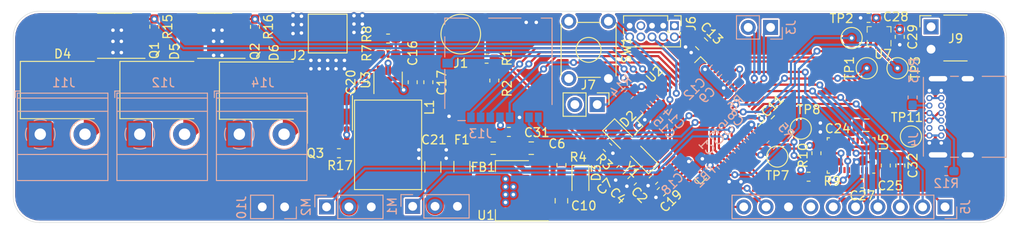
<source format=kicad_pcb>
(kicad_pcb (version 20171130) (host pcbnew 5.1.6)
  (layers (0 F.Cu signal) (1 In1.Cu signal) (2 In2.Cu signal) (31 B.Cu signal) (34 B.Paste user) (35 F.Paste user) (36 B.SilkS user) (37 F.SilkS user) (38 B.Mask user) (39 F.Mask user) (44 Edge.Cuts user))
  (net 0 "")
  (net 1 GND)
  (net 2 +3V3)
  (net 3 VCC)
  (net 4 +3.3VA)
  (net 5 +5V)
  (net 6 "Net-(C24-Pad1)")
  (net 7 NRST)
  (net 8 "Net-(D2-Pad1)")
  (net 9 LED)
  (net 10 "Net-(D3-Pad1)")
  (net 11 "Net-(D4-Pad2)")
  (net 12 "Net-(D5-Pad2)")
  (net 13 "Net-(D6-Pad2)")
  (net 14 "Net-(F1-Pad2)")
  (net 15 UART6_RX)
  (net 16 UART6_TX)
  (net 17 VBUS)
  (net 18 USB+)
  (net 19 USB-)
  (net 20 SWDIO)
  (net 21 SWCLK)
  (net 22 SWO)
  (net 23 SDIO_D2)
  (net 24 SDIO_D1)
  (net 25 SDIO_D3)
  (net 26 SDIO_CMD)
  (net 27 SDIO_CLK)
  (net 28 SDIO_D0)
  (net 29 SD_DETECT)
  (net 30 EJECT_1)
  (net 31 EJECT_2)
  (net 32 EJECT_3)
  (net 33 V_BATT)
  (net 34 I2C2_SDA)
  (net 35 I2C2_SCL)
  (net 36 BOOT0)
  (net 37 SPI1_SCK)
  (net 38 SPI1_MISO)
  (net 39 SPI1_MOSI)
  (net 40 SPI2_SCK)
  (net 41 SPI2_MOSI)
  (net 42 SPI2_MISO)
  (net 43 UART2_TX)
  (net 44 UART2_RX)
  (net 45 "Net-(U2-Pad3)")
  (net 46 OSC_A)
  (net 47 OSC_B)
  (net 48 "Net-(U2-Pad8)")
  (net 49 "Net-(U2-Pad9)")
  (net 50 "Net-(U2-Pad10)")
  (net 51 "Net-(U2-Pad11)")
  (net 52 RST_LORA)
  (net 53 SPI1_NSS)
  (net 54 INT1_IMU)
  (net 55 ADDR_IMU)
  (net 56 SERVO_1)
  (net 57 SERVO_2)
  (net 58 SPI2_NSS)
  (net 59 IRQ_LORA)
  (net 60 "Net-(U2-Pad50)")
  (net 61 "Net-(U2-Pad56)")
  (net 62 "Net-(U2-Pad61)")
  (net 63 "Net-(U5-Pad1)")
  (net 64 "Net-(U5-Pad27)")
  (net 65 "Net-(U5-Pad26)")
  (net 66 "Net-(U5-Pad24)")
  (net 67 "Net-(U5-Pad23)")
  (net 68 "Net-(U5-Pad22)")
  (net 69 "Net-(U5-Pad21)")
  (net 70 "Net-(U5-Pad7)")
  (net 71 "Net-(U5-Pad8)")
  (net 72 "Net-(U5-Pad10)")
  (net 73 "Net-(U5-Pad12)")
  (net 74 "Net-(U5-Pad13)")
  (net 75 "Net-(C6-Pad1)")
  (net 76 "Net-(C11-Pad1)")
  (net 77 "Net-(C13-Pad1)")
  (net 78 "Net-(C20-Pad2)")
  (net 79 "Net-(C20-Pad1)")
  (net 80 "Net-(J4-PadA5)")
  (net 81 "Net-(J4-PadA8)")
  (net 82 "Net-(J4-PadB8)")
  (net 83 "Net-(J4-PadB5)")
  (net 84 "Net-(J6-Pad7)")
  (net 85 "Net-(J6-Pad8)")
  (net 86 "Net-(R5-Pad1)")
  (net 87 "Net-(R6-Pad2)")
  (net 88 "Net-(R7-Pad2)")
  (net 89 "Net-(U2-Pad4)")
  (module Connector_PinHeader_2.54mm:PinHeader_1x10_P2.54mm_Vertical (layer B.Cu) (at 202.8825 107.188 90)
    (fp_text reference J5 (at 0 2.33 -90) (layer B.SilkS) (effects (justify mirror)))
    (fp_text value RF_breakout)
    (pad 10 thru_hole oval (at 0 -22.86 90) (size 1.7 1.7) (drill 1) (layers *.Cu *.Mask) (net 43 UART2_TX))
    (pad 9 thru_hole oval (at 0 -20.32 90) (size 1.7 1.7) (drill 1) (layers *.Cu *.Mask) (net 44 UART2_RX))
    (pad 8 thru_hole oval (at 0 -17.78 90) (size 1.7 1.7) (drill 1) (layers *.Cu *.Mask) (net 1 GND))
    (pad 7 thru_hole oval (at 0 -15.24 90) (size 1.7 1.7) (drill 1) (layers *.Cu *.Mask) (net 2 +3V3))
    (pad 6 thru_hole oval (at 0 -12.7 90) (size 1.7 1.7) (drill 1) (layers *.Cu *.Mask) (net 59 IRQ_LORA))
    (pad 5 thru_hole oval (at 0 -10.16 90) (size 1.7 1.7) (drill 1) (layers *.Cu *.Mask) (net 42 SPI2_MISO))
    (pad 4 thru_hole oval (at 0 -7.62 90) (size 1.7 1.7) (drill 1) (layers *.Cu *.Mask) (net 41 SPI2_MOSI))
    (pad 3 thru_hole oval (at 0 -5.08 90) (size 1.7 1.7) (drill 1) (layers *.Cu *.Mask) (net 40 SPI2_SCK))
    (pad 2 thru_hole oval (at 0 -2.54 90) (size 1.7 1.7) (drill 1) (layers *.Cu *.Mask) (net 58 SPI2_NSS))
    (pad 1 thru_hole rect (at 0 0 90) (size 1.7 1.7) (drill 1) (layers *.Cu *.Mask) (net 52 RST_LORA))
  )
  (module Connector_PinHeader_2.54mm:PinHeader_1x02_P2.54mm_Vertical (layer B.Cu) (at 127.889 107.188 90)
    (fp_text reference J10 (at -0.0635 -4.8895 90) (layer B.SilkS) (effects (justify mirror)))
    (fp_text value Conn_01x02_Male)
    (pad 2 thru_hole oval (at 0 -2.54 90) (size 1.7 1.7) (drill 1) (layers *.Cu *.Mask) (net 1 GND))
    (pad 1 thru_hole rect (at 0 0 90) (size 1.7 1.7) (drill 1) (layers *.Cu *.Mask) (net 1 GND))
  )
  (module Connector_PinHeader_2.54mm:PinHeader_1x02_P2.54mm_Horizontal (layer F.Cu) (at 201.295 86.741)
    (fp_text reference J9 (at 2.794 1.3335) (layer F.SilkS))
    (fp_text value Conn_01x02_Female)
    (pad 1 thru_hole rect (at 0 0) (size 1.7 1.7) (drill 1) (layers *.Cu *.Mask) (net 2 +3V3))
    (pad 2 thru_hole oval (at 0 2.54) (size 1.7 1.7) (drill 1) (layers *.Cu *.Mask) (net 1 GND))
  )
  (module Resistor_SMD:R_0603_1608Metric_Pad1.05x0.95mm_HandSolder (layer B.Cu) (at 178.849786 93.694084 45)
    (fp_text reference R6 (at -1.03 1.397 45) (layer B.SilkS) (effects (justify mirror)))
    (fp_text value 10k)
    (pad 2 smd roundrect (at 0.875 0 45) (size 1.05 0.95) (layers B.Cu B.Paste B.Mask) (net 87 "Net-(R6-Pad2)"))
    (pad 1 smd roundrect (at -0.875 0 45) (size 1.05 0.95) (layers B.Cu B.Paste B.Mask) (net 2 +3V3))
  )
  (module Crystal:Crystal_SMD_2012-2Pin_2.0x1.2mm_HandSoldering (layer F.Cu) (at 168.604727 101.70799 135)
    (fp_text reference Y1 (at 0 -1.8 135) (layer F.SilkS))
    (fp_text value Crystal)
    (pad 2 smd rect (at 0.925 0 135) (size 1.05 1.1) (layers F.Cu F.Paste F.Mask) (net 46 OSC_A))
    (pad 1 smd rect (at -0.925 0 135) (size 1.05 1.1) (layers F.Cu F.Paste F.Mask) (net 47 OSC_B))
  )
  (module Capacitor_SMD:C_0603_1608Metric_Pad1.05x0.95mm_HandSolder (layer B.Cu) (at 177.495403 102.398459 315)
    (fp_text reference C1 (at -2.6022 -0.254 135) (layer B.SilkS) (effects (justify mirror)))
    (fp_text value 100n)
    (pad 1 smd roundrect (at -0.875 0 315) (size 1.05 0.95) (layers B.Cu B.Paste B.Mask) (net 2 +3V3))
    (pad 2 smd roundrect (at 0.875 0 315) (size 1.05 0.95) (layers B.Cu B.Paste B.Mask) (net 1 GND))
  )
  (module Capacitor_SMD:C_0603_1608Metric_Pad1.05x0.95mm_HandSolder (layer B.Cu) (at 178.573033 101.320831 315)
    (fp_text reference C3 (at -2.602201 -0.254 135) (layer B.SilkS) (effects (justify mirror)))
    (fp_text value 100n)
    (pad 2 smd roundrect (at 0.875 0 315) (size 1.05 0.95) (layers B.Cu B.Paste B.Mask) (net 1 GND))
    (pad 1 smd roundrect (at -0.875 0 315) (size 1.05 0.95) (layers B.Cu B.Paste B.Mask) (net 2 +3V3))
  )
  (module Capacitor_SMD:C_0603_1608Metric_Pad1.05x0.95mm_HandSolder (layer B.Cu) (at 179.740466 100.153395 315)
    (fp_text reference C5 (at -2.6022 -0.127 135) (layer B.SilkS) (effects (justify mirror)))
    (fp_text value 100n)
    (pad 1 smd roundrect (at -0.875 0 315) (size 1.05 0.95) (layers B.Cu B.Paste B.Mask) (net 2 +3V3))
    (pad 2 smd roundrect (at 0.875 0 315) (size 1.05 0.95) (layers B.Cu B.Paste B.Mask) (net 1 GND))
  )
  (module Capacitor_SMD:C_0603_1608Metric_Pad1.05x0.95mm_HandSolder (layer B.Cu) (at 180.818098 99.075762 315)
    (fp_text reference C8 (at -2.6022 -0.126999 135) (layer B.SilkS) (effects (justify mirror)))
    (fp_text value 100n)
    (pad 2 smd roundrect (at 0.875 0 315) (size 1.05 0.95) (layers B.Cu B.Paste B.Mask) (net 1 GND))
    (pad 1 smd roundrect (at -0.875 0 315) (size 1.05 0.95) (layers B.Cu B.Paste B.Mask) (net 2 +3V3))
  )
  (module Capacitor_SMD:C_0805_2012Metric_Pad1.15x1.40mm_HandSolder (layer F.Cu) (at 155.8925 100.5205 180)
    (fp_text reference C6 (at -2.921 0.508) (layer F.SilkS))
    (fp_text value 10u)
    (pad 1 smd roundrect (at -1.025 0 180) (size 1.15 1.4) (layers F.Cu F.Paste F.Mask) (roundrect_rratio 0.217391) (net 75 "Net-(C6-Pad1)"))
    (pad 2 smd roundrect (at 1.025 0 180) (size 1.15 1.4) (layers F.Cu F.Paste F.Mask) (roundrect_rratio 0.217391) (net 1 GND))
  )
  (module Capacitor_SMD:C_0603_1608Metric_Pad1.05x0.95mm_HandSolder (layer B.Cu) (at 177.76481 92.62978 45)
    (fp_text reference C9 (at -2.653 0 45) (layer B.SilkS) (effects (justify mirror)))
    (fp_text value 100n)
    (pad 1 smd roundrect (at -0.875 0 45) (size 1.05 0.95) (layers B.Cu B.Paste B.Mask) (net 2 +3V3))
    (pad 2 smd roundrect (at 0.875 0 45) (size 1.05 0.95) (layers B.Cu B.Paste B.Mask) (net 1 GND))
  )
  (module Capacitor_SMD:C_0805_2012Metric_Pad1.15x1.40mm_HandSolder (layer F.Cu) (at 183.830291 97.514228 45)
    (fp_text reference C11 (at 0.880001 -1.65 45) (layer F.SilkS))
    (fp_text value 2.2u)
    (pad 1 smd roundrect (at -1.025 0 45) (size 1.15 1.4) (layers F.Cu F.Paste F.Mask) (roundrect_rratio 0.217391) (net 76 "Net-(C11-Pad1)"))
    (pad 2 smd roundrect (at 1.025 0 45) (size 1.15 1.4) (layers F.Cu F.Paste F.Mask) (roundrect_rratio 0.217391) (net 1 GND))
  )
  (module Capacitor_SMD:C_0603_1608Metric_Pad1.05x0.95mm_HandSolder (layer B.Cu) (at 176.68718 91.552151 45)
    (fp_text reference C12 (at -3.161 0 45) (layer B.SilkS) (effects (justify mirror)))
    (fp_text value 100n)
    (pad 2 smd roundrect (at 0.875 0 45) (size 1.05 0.95) (layers B.Cu B.Paste B.Mask) (net 1 GND))
    (pad 1 smd roundrect (at -0.875 0 45) (size 1.05 0.95) (layers B.Cu B.Paste B.Mask) (net 2 +3V3))
  )
  (module Capacitor_SMD:C_0805_2012Metric_Pad1.15x1.40mm_HandSolder (layer F.Cu) (at 159.3215 106.4895 270)
    (fp_text reference C10 (at 0.5715 -2.54) (layer F.SilkS))
    (fp_text value 22uf)
    (pad 2 smd roundrect (at 1.025 0 270) (size 1.15 1.4) (layers F.Cu F.Paste F.Mask) (roundrect_rratio 0.217391) (net 1 GND))
    (pad 1 smd roundrect (at -1.025 0 270) (size 1.15 1.4) (layers F.Cu F.Paste F.Mask) (roundrect_rratio 0.217391) (net 2 +3V3))
  )
  (module Capacitor_SMD:C_0805_2012Metric_Pad1.15x1.40mm_HandSolder (layer F.Cu) (at 175.24142 88.668676 135)
    (fp_text reference C13 (at 0.0545 1.651 135) (layer F.SilkS))
    (fp_text value 2.2u)
    (pad 2 smd roundrect (at 1.025 0 135) (size 1.15 1.4) (layers F.Cu F.Paste F.Mask) (roundrect_rratio 0.217391) (net 1 GND))
    (pad 1 smd roundrect (at -1.025 0 135) (size 1.15 1.4) (layers F.Cu F.Paste F.Mask) (roundrect_rratio 0.217391) (net 77 "Net-(C13-Pad1)"))
  )
  (module Capacitor_SMD:C_0603_1608Metric_Pad1.05x0.95mm_HandSolder (layer B.Cu) (at 169.881985 94.964646 135)
    (fp_text reference C14 (at -3.0848 0 135) (layer B.SilkS) (effects (justify mirror)))
    (fp_text value 100n)
    (pad 1 smd roundrect (at -0.875 0 135) (size 1.05 0.95) (layers B.Cu B.Paste B.Mask) (net 2 +3V3))
    (pad 2 smd roundrect (at 0.875 0 135) (size 1.05 0.95) (layers B.Cu B.Paste B.Mask) (net 1 GND))
  )
  (module Capacitor_SMD:C_0603_1608Metric_Pad1.05x0.95mm_HandSolder (layer B.Cu) (at 168.804352 96.042276 135)
    (fp_text reference C15 (at -3.084801 0 135) (layer B.SilkS) (effects (justify mirror)))
    (fp_text value 100n)
    (pad 2 smd roundrect (at 0.875 0 135) (size 1.05 0.95) (layers B.Cu B.Paste B.Mask) (net 1 GND))
    (pad 1 smd roundrect (at -0.875 0 135) (size 1.05 0.95) (layers B.Cu B.Paste B.Mask) (net 2 +3V3))
  )
  (module Capacitor_SMD:C_0603_1608Metric_Pad1.05x0.95mm_HandSolder (layer F.Cu) (at 142.4305 93.0275 90)
    (fp_text reference C16 (at 3.302 0 90) (layer F.SilkS))
    (fp_text value 10u)
    (pad 2 smd roundrect (at 0.875 0 90) (size 1.05 0.95) (layers F.Cu F.Paste F.Mask) (net 1 GND))
    (pad 1 smd roundrect (at -0.875 0 90) (size 1.05 0.95) (layers F.Cu F.Paste F.Mask) (net 3 VCC))
  )
  (module Capacitor_SMD:C_0603_1608Metric_Pad1.05x0.95mm_HandSolder (layer B.Cu) (at 171.937542 102.587963 225)
    (fp_text reference C18 (at 1.397 -1.397 45) (layer B.SilkS) (effects (justify mirror)))
    (fp_text value 100n)
    (pad 2 smd roundrect (at 0.875 0 225) (size 1.05 0.95) (layers B.Cu B.Paste B.Mask) (net 1 GND))
    (pad 1 smd roundrect (at -0.875 0 225) (size 1.05 0.95) (layers B.Cu B.Paste B.Mask) (net 4 +3.3VA))
  )
  (module Capacitor_SMD:C_0603_1608Metric_Pad1.05x0.95mm_HandSolder (layer F.Cu) (at 170.680307 105.461646 225)
    (fp_text reference C19 (at 0 -1.524 225) (layer F.SilkS))
    (fp_text value 10n)
    (pad 1 smd roundrect (at -0.875 0 225) (size 1.05 0.95) (layers F.Cu F.Paste F.Mask) (net 4 +3.3VA))
    (pad 2 smd roundrect (at 0.875 0 225) (size 1.05 0.95) (layers F.Cu F.Paste F.Mask) (net 1 GND))
  )
  (module Capacitor_SMD:C_0603_1608Metric_Pad1.05x0.95mm_HandSolder (layer F.Cu) (at 144.2085 93.0275 90)
    (fp_text reference C17 (at -0.0635 1.524 90) (layer F.SilkS))
    (fp_text value 100n)
    (pad 1 smd roundrect (at -0.875 0 90) (size 1.05 0.95) (layers F.Cu F.Paste F.Mask) (net 3 VCC))
    (pad 2 smd roundrect (at 0.875 0 90) (size 1.05 0.95) (layers F.Cu F.Paste F.Mask) (net 1 GND))
  )
  (module Capacitor_SMD:C_0603_1608Metric_Pad1.05x0.95mm_HandSolder (layer F.Cu) (at 136.842499 93.027501 90)
    (fp_text reference C20 (at 0 -1.43 90) (layer F.SilkS))
    (fp_text value 100n)
    (pad 2 smd roundrect (at 0.875 0 90) (size 1.05 0.95) (layers F.Cu F.Paste F.Mask) (net 78 "Net-(C20-Pad2)"))
    (pad 1 smd roundrect (at -0.875 0 90) (size 1.05 0.95) (layers F.Cu F.Paste F.Mask) (net 79 "Net-(C20-Pad1)"))
  )
  (module Capacitor_SMD:C_0805_2012Metric_Pad1.15x1.40mm_HandSolder (layer F.Cu) (at 193.9925 97.917)
    (fp_text reference C24 (at -3.302 0.381) (layer F.SilkS))
    (fp_text value 10u)
    (pad 1 smd roundrect (at -1.025 0) (size 1.15 1.4) (layers F.Cu F.Paste F.Mask) (roundrect_rratio 0.217391) (net 6 "Net-(C24-Pad1)"))
    (pad 2 smd roundrect (at 1.025 0) (size 1.15 1.4) (layers F.Cu F.Paste F.Mask) (roundrect_rratio 0.217391) (net 1 GND))
  )
  (module Capacitor_SMD:C_0603_1608Metric_Pad1.05x0.95mm_HandSolder (layer F.Cu) (at 196.1515 102.489 270)
    (fp_text reference C25 (at 2.3 -0.508 180) (layer F.SilkS))
    (fp_text value 100n)
    (pad 2 smd roundrect (at 0.875 0 270) (size 1.05 0.95) (layers F.Cu F.Paste F.Mask) (net 1 GND))
    (pad 1 smd roundrect (at -0.875 0 270) (size 1.05 0.95) (layers F.Cu F.Paste F.Mask) (net 2 +3V3))
  )
  (module Capacitor_SMD:C_0603_1608Metric_Pad1.05x0.95mm_HandSolder (layer F.Cu) (at 193.4845 104.521 180)
    (fp_text reference C27 (at 0 -1.397) (layer F.SilkS))
    (fp_text value 100n)
    (pad 2 smd roundrect (at 0.875 0 180) (size 1.05 0.95) (layers F.Cu F.Paste F.Mask) (net 1 GND))
    (pad 1 smd roundrect (at -0.875 0 180) (size 1.05 0.95) (layers F.Cu F.Paste F.Mask) (net 2 +3V3))
  )
  (module Capacitor_SMD:C_0603_1608Metric_Pad1.05x0.95mm_HandSolder (layer F.Cu) (at 169.772161 104.13266 225)
    (fp_text reference C2 (at 2.32958 -0.057892 135) (layer F.SilkS))
    (fp_text value 100n)
    (pad 1 smd roundrect (at -0.875 0 225) (size 1.05 0.95) (layers F.Cu F.Paste F.Mask) (net 7 NRST))
    (pad 2 smd roundrect (at 0.875 0 225) (size 1.05 0.95) (layers F.Cu F.Paste F.Mask) (net 1 GND))
  )
  (module Capacitor_SMD:C_0603_1608Metric_Pad1.05x0.95mm_HandSolder (layer F.Cu) (at 194.197001 85.725 180)
    (fp_text reference C28 (at -3.097499 0.127) (layer F.SilkS))
    (fp_text value 100n)
    (pad 2 smd roundrect (at 0.875 0 180) (size 1.05 0.95) (layers F.Cu F.Paste F.Mask) (net 1 GND))
    (pad 1 smd roundrect (at -0.875 0 180) (size 1.05 0.95) (layers F.Cu F.Paste F.Mask) (net 2 +3V3))
  )
  (module Capacitor_SMD:C_0603_1608Metric_Pad1.05x0.95mm_HandSolder (layer F.Cu) (at 197.739 87.884 270)
    (fp_text reference C29 (at 0 -1.4605 90) (layer F.SilkS))
    (fp_text value 100n)
    (pad 1 smd roundrect (at -0.875 0 270) (size 1.05 0.95) (layers F.Cu F.Paste F.Mask) (net 2 +3V3))
    (pad 2 smd roundrect (at 0.875 0 270) (size 1.05 0.95) (layers F.Cu F.Paste F.Mask) (net 1 GND))
  )
  (module Capacitor_SMD:C_0603_1608Metric_Pad1.05x0.95mm_HandSolder (layer F.Cu) (at 153.3525 98.679)
    (fp_text reference C31 (at 3.175 0.0635 180) (layer F.SilkS))
    (fp_text value 100n)
    (pad 1 smd roundrect (at -0.875 0) (size 1.05 0.95) (layers F.Cu F.Paste F.Mask) (net 2 +3V3))
    (pad 2 smd roundrect (at 0.875 0) (size 1.05 0.95) (layers F.Cu F.Paste F.Mask) (net 1 GND))
  )
  (module LED_SMD:LED_0805_2012Metric_Pad1.15x1.40mm_HandSolder (layer F.Cu) (at 165.991756 99.175577 315)
    (fp_text reference D2 (at -0.753001 -2.032 225) (layer F.SilkS))
    (fp_text value LED)
    (pad 1 smd roundrect (at -1.025 0 315) (size 1.15 1.4) (layers F.Cu F.Paste F.Mask) (roundrect_rratio 0.217391) (net 8 "Net-(D2-Pad1)"))
    (pad 2 smd roundrect (at 1.025 0 315) (size 1.15 1.4) (layers F.Cu F.Paste F.Mask) (roundrect_rratio 0.217391) (net 9 LED))
  )
  (module LED_SMD:LED_0805_2012Metric_Pad1.15x1.40mm_HandSolder (layer F.Cu) (at 161.4805 104.3305 270)
    (fp_text reference D3 (at -1.016 -1.778 90) (layer F.SilkS))
    (fp_text value LED)
    (pad 2 smd roundrect (at 1.025 0 270) (size 1.15 1.4) (layers F.Cu F.Paste F.Mask) (roundrect_rratio 0.217391) (net 2 +3V3))
    (pad 1 smd roundrect (at -1.025 0 270) (size 1.15 1.4) (layers F.Cu F.Paste F.Mask) (roundrect_rratio 0.217391) (net 10 "Net-(D3-Pad1)"))
  )
  (module Diode_SMD:D_SMC (layer F.Cu) (at 102.6795 93.9165)
    (fp_text reference D4 (at 0 -4.1) (layer F.SilkS))
    (fp_text value D)
    (pad 1 smd rect (at -3.4 0 90) (size 3.3 2.5) (layers F.Cu F.Paste F.Mask) (net 5 +5V))
    (pad 2 smd rect (at 3.4 0 90) (size 3.3 2.5) (layers F.Cu F.Paste F.Mask) (net 11 "Net-(D4-Pad2)"))
  )
  (module Diode_SMD:D_SMC (layer F.Cu) (at 113.9825 93.9165)
    (fp_text reference D5 (at 1.397 -4.3815 90) (layer F.SilkS))
    (fp_text value D)
    (pad 2 smd rect (at 3.4 0 90) (size 3.3 2.5) (layers F.Cu F.Paste F.Mask) (net 12 "Net-(D5-Pad2)"))
    (pad 1 smd rect (at -3.4 0 90) (size 3.3 2.5) (layers F.Cu F.Paste F.Mask) (net 5 +5V))
  )
  (module Diode_SMD:D_SMC (layer F.Cu) (at 125.2855 93.98)
    (fp_text reference D6 (at 1.397 -4.318 90) (layer F.SilkS))
    (fp_text value D)
    (pad 1 smd rect (at -3.4 0 90) (size 3.3 2.5) (layers F.Cu F.Paste F.Mask) (net 5 +5V))
    (pad 2 smd rect (at 3.4 0 90) (size 3.3 2.5) (layers F.Cu F.Paste F.Mask) (net 13 "Net-(D6-Pad2)"))
  )
  (module Fuse:Fuse_1206_3216Metric_Pad1.42x1.75mm_HandSolder (layer F.Cu) (at 148.0185 102.616 90)
    (fp_text reference F1 (at 3.048 0 180) (layer F.SilkS))
    (fp_text value 1A)
    (pad 1 smd roundrect (at -1.4875 0 90) (size 1.425 1.75) (layers F.Cu F.Paste F.Mask) (roundrect_rratio 0.175439) (net 5 +5V))
    (pad 2 smd roundrect (at 1.4875 0 90) (size 1.425 1.75) (layers F.Cu F.Paste F.Mask) (roundrect_rratio 0.175439) (net 14 "Net-(F1-Pad2)"))
  )
  (module Resistor_SMD:R_0805_2012Metric_Pad1.15x1.40mm_HandSolder (layer F.Cu) (at 151.5745 100.5205)
    (fp_text reference FB1 (at -1.143 2.159) (layer F.SilkS))
    (fp_text value Small_Bead)
    (pad 1 smd roundrect (at -1.025 0) (size 1.15 1.4) (layers F.Cu F.Paste F.Mask) (roundrect_rratio 0.217391) (net 14 "Net-(F1-Pad2)"))
    (pad 2 smd roundrect (at 1.025 0) (size 1.15 1.4) (layers F.Cu F.Paste F.Mask) (roundrect_rratio 0.217391) (net 75 "Net-(C6-Pad1)"))
  )
  (module Resistor_SMD:R_0805_2012Metric_Pad1.15x1.40mm_HandSolder (layer B.Cu) (at 174.548183 102.491798 225)
    (fp_text reference FB2 (at 0.136 -1.651 45) (layer B.SilkS) (effects (justify mirror)))
    (fp_text value Ferrite_Bead_Small)
    (pad 1 smd roundrect (at -1.025 0 225) (size 1.15 1.4) (layers B.Cu B.Paste B.Mask) (roundrect_rratio 0.217391) (net 2 +3V3))
    (pad 2 smd roundrect (at 1.025 0 225) (size 1.15 1.4) (layers B.Cu B.Paste B.Mask) (roundrect_rratio 0.217391) (net 4 +3.3VA))
  )
  (module TerminalBlock_Phoenix:TerminalBlock_Phoenix_MKDS-1,5-2-5.08_1x02_P5.08mm_Horizontal (layer B.Cu) (at 111.442501 98.933)
    (fp_text reference J12 (at 2.666999 -5.842) (layer B.SilkS) (effects (justify mirror)))
    (fp_text value PAR_EJ2)
    (pad 1 thru_hole rect (at 0 0) (size 2.6 2.6) (drill 1.3) (layers *.Cu *.Mask) (net 5 +5V))
    (pad 2 thru_hole circle (at 5.08 0) (size 2.6 2.6) (drill 1.3) (layers *.Cu *.Mask) (net 12 "Net-(D5-Pad2)"))
  )
  (module TerminalBlock_Phoenix:TerminalBlock_Phoenix_MKDS-1,5-2-5.08_1x02_P5.08mm_Horizontal (layer B.Cu) (at 122.7455 98.933)
    (fp_text reference J14 (at 2.667 -5.842) (layer B.SilkS) (effects (justify mirror)))
    (fp_text value PAR_EJ3)
    (pad 2 thru_hole circle (at 5.08 0) (size 2.6 2.6) (drill 1.3) (layers *.Cu *.Mask) (net 13 "Net-(D6-Pad2)"))
    (pad 1 thru_hole rect (at 0 0) (size 2.6 2.6) (drill 1.3) (layers *.Cu *.Mask) (net 5 +5V))
  )
  (module TestPoint:TestPoint_Pad_D4.0mm (layer F.Cu) (at 147.8915 87.5665)
    (fp_text reference J1 (at 0 3.302) (layer F.SilkS))
    (fp_text value Conn_01x01_Female)
    (pad 1 smd circle (at 0 0) (size 4 4) (layers F.Cu F.Mask) (net 3 VCC))
  )
  (module TestPoint:TestPoint_Pad_4.0x4.0mm (layer F.Cu) (at 132.7785 87.503)
    (fp_text reference J2 (at -3.3655 2.4765) (layer F.SilkS))
    (fp_text value Conn_01x01_Female)
    (pad 1 smd rect (at 0 0) (size 4 4) (layers F.Cu F.Mask) (net 1 GND))
  )
  (module Connector_PinHeader_2.54mm:PinHeader_1x02_P2.54mm_Vertical (layer B.Cu) (at 183.0705 86.8045 90)
    (fp_text reference J3 (at 0 2.33 -90) (layer B.SilkS) (effects (justify mirror)))
    (fp_text value UART_out)
    (pad 2 thru_hole oval (at 0 -2.54 90) (size 1.7 1.7) (drill 1) (layers *.Cu *.Mask) (net 15 UART6_RX))
    (pad 1 thru_hole rect (at 0 0 90) (size 1.7 1.7) (drill 1) (layers *.Cu *.Mask) (net 16 UART6_TX))
  )
  (module Connector_USB:USB_C_Receptacle_GCT_USB4085 (layer B.Cu) (at 201.104499 93.98 270)
    (fp_text reference J4 (at 5.588 1.8 90) (layer B.SilkS) (effects (justify mirror)))
    (fp_text value USB_C)
    (pad A1 thru_hole circle (at 0 0 270) (size 0.7 0.7) (drill 0.4) (layers *.Cu *.Mask) (net 1 GND))
    (pad A4 thru_hole circle (at 0.85 0 270) (size 0.7 0.7) (drill 0.4) (layers *.Cu *.Mask) (net 17 VBUS))
    (pad A5 thru_hole circle (at 1.7 0 270) (size 0.7 0.7) (drill 0.4) (layers *.Cu *.Mask) (net 80 "Net-(J4-PadA5)"))
    (pad A6 thru_hole circle (at 2.55 0 270) (size 0.7 0.7) (drill 0.4) (layers *.Cu *.Mask) (net 18 USB+))
    (pad A7 thru_hole circle (at 3.4 0 270) (size 0.7 0.7) (drill 0.4) (layers *.Cu *.Mask) (net 19 USB-))
    (pad A8 thru_hole circle (at 4.25 0 270) (size 0.7 0.7) (drill 0.4) (layers *.Cu *.Mask) (net 81 "Net-(J4-PadA8)"))
    (pad A9 thru_hole circle (at 5.1 0 270) (size 0.7 0.7) (drill 0.4) (layers *.Cu *.Mask) (net 17 VBUS))
    (pad A12 thru_hole circle (at 5.95 0 270) (size 0.7 0.7) (drill 0.4) (layers *.Cu *.Mask) (net 1 GND))
    (pad B9 thru_hole circle (at 0.85 -1.35 270) (size 0.7 0.7) (drill 0.4) (layers *.Cu *.Mask) (net 17 VBUS))
    (pad B7 thru_hole circle (at 2.55 -1.35 270) (size 0.7 0.7) (drill 0.4) (layers *.Cu *.Mask) (net 19 USB-))
    (pad B8 thru_hole circle (at 1.7 -1.35 270) (size 0.7 0.7) (drill 0.4) (layers *.Cu *.Mask) (net 82 "Net-(J4-PadB8)"))
    (pad B12 thru_hole circle (at 0 -1.35 270) (size 0.7 0.7) (drill 0.4) (layers *.Cu *.Mask) (net 1 GND))
    (pad B5 thru_hole circle (at 4.25 -1.35 270) (size 0.7 0.7) (drill 0.4) (layers *.Cu *.Mask) (net 83 "Net-(J4-PadB5)"))
    (pad B4 thru_hole circle (at 5.1 -1.35 270) (size 0.7 0.7) (drill 0.4) (layers *.Cu *.Mask) (net 17 VBUS))
    (pad B1 thru_hole circle (at 5.95 -1.35 270) (size 0.7 0.7) (drill 0.4) (layers *.Cu *.Mask) (net 1 GND))
    (pad B6 thru_hole circle (at 3.4 -1.35 270) (size 0.7 0.7) (drill 0.4) (layers *.Cu *.Mask) (net 18 USB+))
    (pad S1 thru_hole oval (at -1.35 -0.98 270) (size 0.9 2.4) (drill oval 0.6 2.1) (layers *.Cu *.Mask) (net 1 GND))
    (pad S1 thru_hole oval (at 7.3 -0.98 270) (size 0.9 2.4) (drill oval 0.6 2.1) (layers *.Cu *.Mask) (net 1 GND))
    (pad S1 thru_hole oval (at -1.35 -4.36 270) (size 0.9 1.7) (drill oval 0.6 1.4) (layers *.Cu *.Mask) (net 1 GND))
    (pad S1 thru_hole oval (at 7.3 -4.36 270) (size 0.9 1.7) (drill oval 0.6 1.4) (layers *.Cu *.Mask) (net 1 GND))
  )
  (module Connector_PinHeader_1.27mm:PinHeader_2x05_P1.27mm_Vertical (layer F.Cu) (at 172.1485 86.614 270)
    (fp_text reference J6 (at -0.254 -1.905 90) (layer F.SilkS))
    (fp_text value ARM_JTAG)
    (pad 1 thru_hole rect (at 0 0 270) (size 1 1) (drill 0.65) (layers *.Cu *.Mask) (net 2 +3V3))
    (pad 2 thru_hole oval (at 1.27 0 270) (size 1 1) (drill 0.65) (layers *.Cu *.Mask) (net 20 SWDIO))
    (pad 3 thru_hole oval (at 0 1.27 270) (size 1 1) (drill 0.65) (layers *.Cu *.Mask) (net 1 GND))
    (pad 4 thru_hole oval (at 1.27 1.27 270) (size 1 1) (drill 0.65) (layers *.Cu *.Mask) (net 21 SWCLK))
    (pad 5 thru_hole oval (at 0 2.54 270) (size 1 1) (drill 0.65) (layers *.Cu *.Mask) (net 1 GND))
    (pad 6 thru_hole oval (at 1.27 2.54 270) (size 1 1) (drill 0.65) (layers *.Cu *.Mask) (net 22 SWO))
    (pad 7 thru_hole oval (at 0 3.81 270) (size 1 1) (drill 0.65) (layers *.Cu *.Mask) (net 84 "Net-(J6-Pad7)"))
    (pad 8 thru_hole oval (at 1.27 3.81 270) (size 1 1) (drill 0.65) (layers *.Cu *.Mask) (net 85 "Net-(J6-Pad8)"))
    (pad 9 thru_hole oval (at 0 5.08 270) (size 1 1) (drill 0.65) (layers *.Cu *.Mask) (net 1 GND))
    (pad 10 thru_hole oval (at 1.27 5.08 270) (size 1 1) (drill 0.65) (layers *.Cu *.Mask) (net 7 NRST))
  )
  (module Connector_PinHeader_2.54mm:PinHeader_1x02_P2.54mm_Vertical (layer F.Cu) (at 163.3855 95.5675 270)
    (fp_text reference J7 (at -2.2225 1.016 180) (layer F.SilkS))
    (fp_text value boot_jmpr)
    (pad 1 thru_hole rect (at 0 0 270) (size 1.7 1.7) (drill 1) (layers *.Cu *.Mask) (net 36 BOOT0))
    (pad 2 thru_hole oval (at 0 2.54 270) (size 1.7 1.7) (drill 1) (layers *.Cu *.Mask) (net 2 +3V3))
  )
  (module TerminalBlock_Phoenix:TerminalBlock_Phoenix_MKDS-1,5-2-5.08_1x02_P5.08mm_Horizontal (layer B.Cu) (at 100.1395 98.933)
    (fp_text reference J11 (at 2.667 -5.842) (layer B.SilkS) (effects (justify mirror)))
    (fp_text value PAR_EJ1)
    (pad 1 thru_hole rect (at 0 0) (size 2.6 2.6) (drill 1.3) (layers *.Cu *.Mask) (net 5 +5V))
    (pad 2 thru_hole circle (at 5.08 0) (size 2.6 2.6) (drill 1.3) (layers *.Cu *.Mask) (net 11 "Net-(D4-Pad2)"))
  )
  (module Connector_Card:microSD_HC_Molex_104031-0811 (layer B.Cu) (at 152.146 91.567)
    (fp_text reference J13 (at -2.032001 7.3025) (layer B.SilkS) (effects (justify mirror)))
    (fp_text value Micro_SD_Card_Det)
    (pad 1 smd rect (at -3.105 5.45) (size 0.85 1.1) (layers B.Cu B.Paste B.Mask) (net 23 SDIO_D2))
    (pad 8 smd rect (at 4.545 5.45) (size 0.75 1.1) (layers B.Cu B.Paste B.Mask) (net 24 SDIO_D1))
    (pad 2 smd rect (at -2.005 5.45) (size 0.85 1.1) (layers B.Cu B.Paste B.Mask) (net 25 SDIO_D3))
    (pad 3 smd rect (at -0.905 5.45) (size 0.85 1.1) (layers B.Cu B.Paste B.Mask) (net 26 SDIO_CMD))
    (pad 4 smd rect (at 0.195 5.45) (size 0.85 1.1) (layers B.Cu B.Paste B.Mask) (net 2 +3V3))
    (pad 5 smd rect (at 1.295 5.45) (size 0.85 1.1) (layers B.Cu B.Paste B.Mask) (net 27 SDIO_CLK))
    (pad 6 smd rect (at 2.395 5.45) (size 0.85 1.1) (layers B.Cu B.Paste B.Mask) (net 1 GND))
    (pad 7 smd rect (at 3.495 5.45) (size 0.85 1.1) (layers B.Cu B.Paste B.Mask) (net 28 SDIO_D0))
    (pad 11 smd rect (at 5.755 5.1) (size 1.17 1.8) (layers B.Cu B.Paste B.Mask) (net 1 GND))
    (pad 11 smd rect (at -5.565 5.325) (size 1.55 1.35) (layers B.Cu B.Paste B.Mask) (net 1 GND))
    (pad 10 smd rect (at -5.74 -4.4) (size 1.2 1) (layers B.Cu B.Paste B.Mask) (net 1 GND))
    (pad 9 smd rect (at -5.74 -0.7) (size 1.2 1) (layers B.Cu B.Paste B.Mask) (net 29 SD_DETECT))
    (pad 11 smd rect (at -2.24 -5.375) (size 1.9 1.35) (layers B.Cu B.Paste B.Mask) (net 1 GND))
    (pad 11 smd rect (at 3.73 -5.375) (size 1.9 1.35) (layers B.Cu B.Paste B.Mask) (net 1 GND))
  )
  (module Custom:IHLP-3232DZ-01 (layer F.Cu) (at 139.6365 100.1395 90)
    (fp_text reference L1 (at 4.2545 4.699 90) (layer F.SilkS))
    (fp_text value 3.3u)
    (pad 1 smd rect (at -3.612 0 90) (size 2.413 5.334) (layers F.Cu F.Paste F.Mask) (net 5 +5V))
    (pad 2 smd rect (at 3.612 0 90) (size 2.413 5.334) (layers F.Cu F.Paste F.Mask) (net 79 "Net-(C20-Pad1)"))
  )
  (module Package_SO:SOIC-8_3.9x4.9mm_P1.27mm (layer F.Cu) (at 108.5835 87.757 180)
    (fp_text reference Q1 (at -4.51 -1.651 270) (layer F.SilkS))
    (fp_text value IRF8721PBF-1)
    (pad 1 smd roundrect (at -2.475 -1.905 180) (size 1.95 0.6) (layers F.Cu F.Paste F.Mask) (net 1 GND))
    (pad 2 smd roundrect (at -2.475 -0.635 180) (size 1.95 0.6) (layers F.Cu F.Paste F.Mask) (net 1 GND))
    (pad 3 smd roundrect (at -2.475 0.635 180) (size 1.95 0.6) (layers F.Cu F.Paste F.Mask) (net 1 GND))
    (pad 4 smd roundrect (at -2.475 1.905 180) (size 1.95 0.6) (layers F.Cu F.Paste F.Mask) (net 31 EJECT_2))
    (pad 5 smd roundrect (at 2.475 1.905 180) (size 1.95 0.6) (layers F.Cu F.Paste F.Mask) (net 11 "Net-(D4-Pad2)"))
    (pad 6 smd roundrect (at 2.475 0.635 180) (size 1.95 0.6) (layers F.Cu F.Paste F.Mask) (net 11 "Net-(D4-Pad2)"))
    (pad 7 smd roundrect (at 2.475 -0.635 180) (size 1.95 0.6) (layers F.Cu F.Paste F.Mask) (net 11 "Net-(D4-Pad2)"))
    (pad 8 smd roundrect (at 2.475 -1.905 180) (size 1.95 0.6) (layers F.Cu F.Paste F.Mask) (net 11 "Net-(D4-Pad2)"))
  )
  (module Package_SO:SOIC-8_3.9x4.9mm_P1.27mm (layer F.Cu) (at 119.9515 87.757 180)
    (fp_text reference Q2 (at -4.572 -1.778 90) (layer F.SilkS))
    (fp_text value IRF8721PBF-1)
    (pad 8 smd roundrect (at 2.475 -1.905 180) (size 1.95 0.6) (layers F.Cu F.Paste F.Mask) (net 12 "Net-(D5-Pad2)"))
    (pad 7 smd roundrect (at 2.475 -0.635 180) (size 1.95 0.6) (layers F.Cu F.Paste F.Mask) (net 12 "Net-(D5-Pad2)"))
    (pad 6 smd roundrect (at 2.475 0.635 180) (size 1.95 0.6) (layers F.Cu F.Paste F.Mask) (net 12 "Net-(D5-Pad2)"))
    (pad 5 smd roundrect (at 2.475 1.905 180) (size 1.95 0.6) (layers F.Cu F.Paste F.Mask) (net 12 "Net-(D5-Pad2)"))
    (pad 4 smd roundrect (at -2.475 1.905 180) (size 1.95 0.6) (layers F.Cu F.Paste F.Mask) (net 30 EJECT_1))
    (pad 3 smd roundrect (at -2.475 0.635 180) (size 1.95 0.6) (layers F.Cu F.Paste F.Mask) (net 1 GND))
    (pad 2 smd roundrect (at -2.475 -0.635 180) (size 1.95 0.6) (layers F.Cu F.Paste F.Mask) (net 1 GND))
    (pad 1 smd roundrect (at -2.475 -1.905 180) (size 1.95 0.6) (layers F.Cu F.Paste F.Mask) (net 1 GND))
  )
  (module Package_SO:SOIC-8_3.9x4.9mm_P1.27mm (layer F.Cu) (at 133.0325 96.52 90)
    (fp_text reference Q3 (at -4.572 -1.651) (layer F.SilkS))
    (fp_text value IRF8721PBF-1)
    (pad 1 smd roundrect (at -2.475 -1.905 90) (size 1.95 0.6) (layers F.Cu F.Paste F.Mask) (net 1 GND))
    (pad 2 smd roundrect (at -2.475 -0.635 90) (size 1.95 0.6) (layers F.Cu F.Paste F.Mask) (net 1 GND))
    (pad 3 smd roundrect (at -2.475 0.635 90) (size 1.95 0.6) (layers F.Cu F.Paste F.Mask) (net 1 GND))
    (pad 4 smd roundrect (at -2.475 1.905 90) (size 1.95 0.6) (layers F.Cu F.Paste F.Mask) (net 32 EJECT_3))
    (pad 5 smd roundrect (at 2.475 1.905 90) (size 1.95 0.6) (layers F.Cu F.Paste F.Mask) (net 13 "Net-(D6-Pad2)"))
    (pad 6 smd roundrect (at 2.475 0.635 90) (size 1.95 0.6) (layers F.Cu F.Paste F.Mask) (net 13 "Net-(D6-Pad2)"))
    (pad 7 smd roundrect (at 2.475 -0.635 90) (size 1.95 0.6) (layers F.Cu F.Paste F.Mask) (net 13 "Net-(D6-Pad2)"))
    (pad 8 smd roundrect (at 2.475 -1.905 90) (size 1.95 0.6) (layers F.Cu F.Paste F.Mask) (net 13 "Net-(D6-Pad2)"))
  )
  (module Resistor_SMD:R_0603_1608Metric_Pad1.05x0.95mm_HandSolder (layer F.Cu) (at 164.55138 100.429276 135)
    (fp_text reference R3 (at -0.903 -1.43 135) (layer F.SilkS))
    (fp_text value 2.2k)
    (pad 2 smd roundrect (at 0.875 0 135) (size 1.05 0.95) (layers F.Cu F.Paste F.Mask) (net 8 "Net-(D2-Pad1)"))
    (pad 1 smd roundrect (at -0.875 0 135) (size 1.05 0.95) (layers F.Cu F.Paste F.Mask) (net 1 GND))
  )
  (module Resistor_SMD:R_0603_1608Metric_Pad1.05x0.95mm_HandSolder (layer F.Cu) (at 159.3215 102.4255 90)
    (fp_text reference R4 (at 0.889 1.905 180) (layer F.SilkS))
    (fp_text value 2.2k)
    (pad 1 smd roundrect (at -0.875 0 90) (size 1.05 0.95) (layers F.Cu F.Paste F.Mask) (net 10 "Net-(D3-Pad1)"))
    (pad 2 smd roundrect (at 0.875 0 90) (size 1.05 0.95) (layers F.Cu F.Paste F.Mask) (net 1 GND))
  )
  (module Resistor_SMD:R_0603_1608Metric_Pad1.05x0.95mm_HandSolder (layer F.Cu) (at 150.8265 90.3605)
    (fp_text reference R1 (at 2.3355 -0.127 90) (layer F.SilkS))
    (fp_text value 300k)
    (pad 1 smd roundrect (at -0.875 0) (size 1.05 0.95) (layers F.Cu F.Paste F.Mask) (net 3 VCC))
    (pad 2 smd roundrect (at 0.875 0) (size 1.05 0.95) (layers F.Cu F.Paste F.Mask) (net 33 V_BATT))
  )
  (module Resistor_SMD:R_0603_1608Metric_Pad1.05x0.95mm_HandSolder (layer F.Cu) (at 151.7015 92.837 270)
    (fp_text reference R2 (at 0.903001 -1.4605 90) (layer F.SilkS))
    (fp_text value 100k)
    (pad 2 smd roundrect (at 0.875 0 270) (size 1.05 0.95) (layers F.Cu F.Paste F.Mask) (net 1 GND))
    (pad 1 smd roundrect (at -0.875 0 270) (size 1.05 0.95) (layers F.Cu F.Paste F.Mask) (net 33 V_BATT))
  )
  (module Resistor_SMD:R_0603_1608Metric_Pad1.05x0.95mm_HandSolder (layer B.Cu) (at 183.140511 100.179666 45)
    (fp_text reference R5 (at 2.3635 0.0635 135) (layer B.SilkS) (effects (justify mirror)))
    (fp_text value 10k)
    (pad 1 smd roundrect (at -0.875 0 45) (size 1.05 0.95) (layers B.Cu B.Paste B.Mask) (net 86 "Net-(R5-Pad1)"))
    (pad 2 smd roundrect (at 0.875 0 45) (size 1.05 0.95) (layers B.Cu B.Paste B.Mask) (net 1 GND))
  )
  (module Resistor_SMD:R_0603_1608Metric_Pad1.05x0.95mm_HandSolder (layer F.Cu) (at 187.3885 103.759)
    (fp_text reference R9 (at 2.667 0.508 180) (layer F.SilkS))
    (fp_text value 4.7k)
    (pad 1 smd roundrect (at -0.875 0) (size 1.05 0.95) (layers F.Cu F.Paste F.Mask) (net 2 +3V3))
    (pad 2 smd roundrect (at 0.875 0) (size 1.05 0.95) (layers F.Cu F.Paste F.Mask) (net 34 I2C2_SDA))
  )
  (module Resistor_SMD:R_0603_1608Metric_Pad1.05x0.95mm_HandSolder (layer F.Cu) (at 188.277499 101.092 270)
    (fp_text reference R10 (at 0.254 1.523999 270) (layer F.SilkS))
    (fp_text value 4.7k)
    (pad 2 smd roundrect (at 0.875 0 270) (size 1.05 0.95) (layers F.Cu F.Paste F.Mask) (net 35 I2C2_SCL))
    (pad 1 smd roundrect (at -0.875 0 270) (size 1.05 0.95) (layers F.Cu F.Paste F.Mask) (net 2 +3V3))
  )
  (module Resistor_SMD:R_0603_1608Metric_Pad1.05x0.95mm_HandSolder (layer F.Cu) (at 139.636501 89.8525)
    (fp_text reference R7 (at -2.413001 -0.127 90) (layer F.SilkS))
    (fp_text value 54.9k)
    (pad 2 smd roundrect (at 0.875 0) (size 1.05 0.95) (layers F.Cu F.Paste F.Mask) (net 88 "Net-(R7-Pad2)"))
    (pad 1 smd roundrect (at -0.875 0) (size 1.05 0.95) (layers F.Cu F.Paste F.Mask) (net 5 +5V))
  )
  (module Resistor_SMD:R_0603_1608Metric_Pad1.05x0.95mm_HandSolder (layer F.Cu) (at 139.6365 88.074501 180)
    (fp_text reference R8 (at 2.413 0.508 90) (layer F.SilkS))
    (fp_text value 10k)
    (pad 1 smd roundrect (at -0.875 0 180) (size 1.05 0.95) (layers F.Cu F.Paste F.Mask) (net 88 "Net-(R7-Pad2)"))
    (pad 2 smd roundrect (at 0.875 0 180) (size 1.05 0.95) (layers F.Cu F.Paste F.Mask) (net 1 GND))
  )
  (module Resistor_SMD:R_0603_1608Metric_Pad1.05x0.95mm_HandSolder (layer B.Cu) (at 203.023501 103.124 180)
    (fp_text reference R12 (at 0 -1.397 180) (layer B.SilkS) (effects (justify mirror)))
    (fp_text value 5.1k)
    (pad 2 smd roundrect (at 0.875 0 180) (size 1.05 0.95) (layers B.Cu B.Paste B.Mask) (net 1 GND))
    (pad 1 smd roundrect (at -0.875 0 180) (size 1.05 0.95) (layers B.Cu B.Paste B.Mask) (net 83 "Net-(J4-PadB5)"))
  )
  (module Resistor_SMD:R_0603_1608Metric_Pad1.05x0.95mm_HandSolder (layer B.Cu) (at 199.1995 94.756 90)
    (fp_text reference R13 (at 3.062001 0.127 90) (layer B.SilkS) (effects (justify mirror)))
    (fp_text value 5.1k)
    (pad 2 smd roundrect (at 0.875 0 90) (size 1.05 0.95) (layers B.Cu B.Paste B.Mask) (net 1 GND))
    (pad 1 smd roundrect (at -0.875 0 90) (size 1.05 0.95) (layers B.Cu B.Paste B.Mask) (net 80 "Net-(J4-PadA5)"))
  )
  (module Resistor_SMD:R_0603_1608Metric_Pad1.05x0.95mm_HandSolder (layer F.Cu) (at 124.5235 86.741 270)
    (fp_text reference R16 (at 0 -1.524 90) (layer F.SilkS))
    (fp_text value 470)
    (pad 2 smd roundrect (at 0.875 0 270) (size 1.05 0.95) (layers F.Cu F.Paste F.Mask) (net 1 GND))
    (pad 1 smd roundrect (at -0.875 0 270) (size 1.05 0.95) (layers F.Cu F.Paste F.Mask) (net 30 EJECT_1))
  )
  (module Resistor_SMD:R_0603_1608Metric_Pad1.05x0.95mm_HandSolder (layer F.Cu) (at 134.0485 101.092 180)
    (fp_text reference R17 (at -0.127 -1.397) (layer F.SilkS))
    (fp_text value 470)
    (pad 1 smd roundrect (at -0.875 0 180) (size 1.05 0.95) (layers F.Cu F.Paste F.Mask) (net 32 EJECT_3))
    (pad 2 smd roundrect (at 0.875 0 180) (size 1.05 0.95) (layers F.Cu F.Paste F.Mask) (net 1 GND))
  )
  (module Resistor_SMD:R_0603_1608Metric_Pad1.05x0.95mm_HandSolder (layer B.Cu) (at 166.995847 94.412505 45)
    (fp_text reference R14 (at -0.014 -1.3335 45) (layer B.SilkS) (effects (justify mirror)))
    (fp_text value 10k)
    (pad 1 smd roundrect (at -0.875 0 45) (size 1.05 0.95) (layers B.Cu B.Paste B.Mask) (net 1 GND))
    (pad 2 smd roundrect (at 0.875 0 45) (size 1.05 0.95) (layers B.Cu B.Paste B.Mask) (net 36 BOOT0))
  )
  (module Resistor_SMD:R_0603_1608Metric_Pad1.05x0.95mm_HandSolder (layer F.Cu) (at 113.0935 86.727 270)
    (fp_text reference R15 (at 0 -1.524 90) (layer F.SilkS))
    (fp_text value 470)
    (pad 1 smd roundrect (at -0.875 0 270) (size 1.05 0.95) (layers F.Cu F.Paste F.Mask) (net 31 EJECT_2))
    (pad 2 smd roundrect (at 0.875 0 270) (size 1.05 0.95) (layers F.Cu F.Paste F.Mask) (net 1 GND))
  )
  (module Button_Switch_THT:SW_TH_Tactile_Omron_B3F-10xx (layer F.Cu) (at 164.6555 86.106 270)
    (fp_text reference SW1 (at 3.25 -2.05 90) (layer F.SilkS))
    (fp_text value SW_Push)
    (pad 4 thru_hole circle (at 6.5 4.5 270) (size 1.7 1.7) (drill 1) (layers *.Cu *.Mask))
    (pad 3 thru_hole circle (at 0 4.5 270) (size 1.7 1.7) (drill 1) (layers *.Cu *.Mask))
    (pad 2 thru_hole circle (at 6.5 0 270) (size 1.7 1.7) (drill 1) (layers *.Cu *.Mask) (net 1 GND))
    (pad 1 thru_hole circle (at 0 0 270) (size 1.7 1.7) (drill 1) (layers *.Cu *.Mask) (net 7 NRST))
  )
  (module TestPoint:TestPoint_Pad_D2.0mm (layer F.Cu) (at 193.9925 91.44)
    (fp_text reference TP1 (at -1.9685 0 90) (layer F.SilkS))
    (fp_text value TestPoint)
    (pad 1 smd circle (at 0 0) (size 2 2) (layers F.Cu F.Mask) (net 37 SPI1_SCK))
  )
  (module TestPoint:TestPoint_Pad_D2.0mm (layer F.Cu) (at 192.278 88.011)
    (fp_text reference TP2 (at -1.143 -2.2225) (layer F.SilkS))
    (fp_text value TestPoint)
    (pad 1 smd circle (at 0 0) (size 2 2) (layers F.Cu F.Mask) (net 38 SPI1_MISO))
  )
  (module TestPoint:TestPoint_Pad_D2.0mm (layer F.Cu) (at 197.485 91.44)
    (fp_text reference TP3 (at 2.032 0 270) (layer F.SilkS))
    (fp_text value TestPoint)
    (pad 1 smd circle (at 0 0) (size 2 2) (layers F.Cu F.Mask) (net 39 SPI1_MOSI))
  )
  (module TestPoint:TestPoint_Pad_D2.0mm (layer F.Cu) (at 183.8325 101.473)
    (fp_text reference TP7 (at 0 2.159) (layer F.SilkS))
    (fp_text value TestPoint)
    (pad 1 smd circle (at 0 0) (size 2 2) (layers F.Cu F.Mask) (net 35 I2C2_SCL))
  )
  (module TestPoint:TestPoint_Pad_D2.0mm (layer F.Cu) (at 186.4995 98.298)
    (fp_text reference TP8 (at 0.889 -2.159) (layer F.SilkS))
    (fp_text value TestPoint)
    (pad 1 smd circle (at 0 0) (size 2 2) (layers F.Cu F.Mask) (net 34 I2C2_SDA))
  )
  (module TestPoint:TestPoint_Pad_D2.0mm (layer F.Cu) (at 199.009 99.187)
    (fp_text reference TP11 (at -0.4445 -2.159) (layer F.SilkS))
    (fp_text value TestPoint)
    (pad 1 smd circle (at 0 0) (size 2 2) (layers F.Cu F.Mask) (net 17 VBUS))
  )
  (module Package_TO_SOT_SMD:SOT-223-3_TabPin2 (layer F.Cu) (at 153.733501 105.346501 180)
    (fp_text reference U1 (at 2.984501 -2.793999 180) (layer F.SilkS))
    (fp_text value AMS1117-3.3)
    (pad 2 smd rect (at 3.15 0 180) (size 2 3.8) (layers F.Cu F.Paste F.Mask) (net 2 +3V3))
    (pad 2 smd rect (at -3.15 0 180) (size 2 1.5) (layers F.Cu F.Paste F.Mask) (net 2 +3V3))
    (pad 3 smd rect (at -3.15 2.3 180) (size 2 1.5) (layers F.Cu F.Paste F.Mask) (net 75 "Net-(C6-Pad1)"))
    (pad 1 smd rect (at -3.15 -2.3 180) (size 2 1.5) (layers F.Cu F.Paste F.Mask) (net 1 GND))
  )
  (module Package_QFP:LQFP-64_10x10mm_P0.5mm (layer F.Cu) (at 175.127953 97.361818 45)
    (fp_text reference U2 (at 0 -7.4 45) (layer F.SilkS))
    (fp_text value STM32F405RGTx)
    (pad 1 smd roundrect (at -5.675 -3.75 45) (size 1.55 0.3) (layers F.Cu F.Paste F.Mask) (net 2 +3V3))
    (pad 2 smd roundrect (at -5.675 -3.25 45) (size 1.55 0.3) (layers F.Cu F.Paste F.Mask) (net 9 LED))
    (pad 3 smd roundrect (at -5.675 -2.75 45) (size 1.55 0.3) (layers F.Cu F.Paste F.Mask) (net 45 "Net-(U2-Pad3)"))
    (pad 4 smd roundrect (at -5.675 -2.25 45) (size 1.55 0.3) (layers F.Cu F.Paste F.Mask) (net 89 "Net-(U2-Pad4)"))
    (pad 5 smd roundrect (at -5.675 -1.75 45) (size 1.55 0.3) (layers F.Cu F.Paste F.Mask) (net 46 OSC_A))
    (pad 6 smd roundrect (at -5.675 -1.25 45) (size 1.55 0.3) (layers F.Cu F.Paste F.Mask) (net 47 OSC_B))
    (pad 7 smd roundrect (at -5.675 -0.75 45) (size 1.55 0.3) (layers F.Cu F.Paste F.Mask) (net 7 NRST))
    (pad 8 smd roundrect (at -5.675 -0.25 45) (size 1.55 0.3) (layers F.Cu F.Paste F.Mask) (net 48 "Net-(U2-Pad8)"))
    (pad 9 smd roundrect (at -5.675 0.25 45) (size 1.55 0.3) (layers F.Cu F.Paste F.Mask) (net 49 "Net-(U2-Pad9)"))
    (pad 10 smd roundrect (at -5.675 0.75 45) (size 1.55 0.3) (layers F.Cu F.Paste F.Mask) (net 50 "Net-(U2-Pad10)"))
    (pad 11 smd roundrect (at -5.675 1.25 45) (size 1.55 0.3) (layers F.Cu F.Paste F.Mask) (net 51 "Net-(U2-Pad11)"))
    (pad 12 smd roundrect (at -5.675 1.75 45) (size 1.55 0.3) (layers F.Cu F.Paste F.Mask) (net 1 GND))
    (pad 13 smd roundrect (at -5.675 2.25 45) (size 1.55 0.3) (layers F.Cu F.Paste F.Mask) (net 4 +3.3VA))
    (pad 14 smd roundrect (at -5.675 2.75 45) (size 1.55 0.3) (layers F.Cu F.Paste F.Mask) (net 33 V_BATT))
    (pad 15 smd roundrect (at -5.675 3.25 45) (size 1.55 0.3) (layers F.Cu F.Paste F.Mask) (net 52 RST_LORA))
    (pad 16 smd roundrect (at -5.675 3.75 45) (size 1.55 0.3) (layers F.Cu F.Paste F.Mask) (net 43 UART2_TX))
    (pad 17 smd roundrect (at -3.75 5.675 45) (size 0.3 1.55) (layers F.Cu F.Paste F.Mask) (net 44 UART2_RX))
    (pad 18 smd roundrect (at -3.25 5.675 45) (size 0.3 1.55) (layers F.Cu F.Paste F.Mask) (net 1 GND))
    (pad 19 smd roundrect (at -2.75 5.675 45) (size 0.3 1.55) (layers F.Cu F.Paste F.Mask) (net 2 +3V3))
    (pad 20 smd roundrect (at -2.25 5.675 45) (size 0.3 1.55) (layers F.Cu F.Paste F.Mask) (net 53 SPI1_NSS))
    (pad 21 smd roundrect (at -1.75 5.675 45) (size 0.3 1.55) (layers F.Cu F.Paste F.Mask) (net 37 SPI1_SCK))
    (pad 22 smd roundrect (at -1.25 5.675 45) (size 0.3 1.55) (layers F.Cu F.Paste F.Mask) (net 38 SPI1_MISO))
    (pad 23 smd roundrect (at -0.75 5.675 45) (size 0.3 1.55) (layers F.Cu F.Paste F.Mask) (net 39 SPI1_MOSI))
    (pad 24 smd roundrect (at -0.25 5.675 45) (size 0.3 1.55) (layers F.Cu F.Paste F.Mask) (net 54 INT1_IMU))
    (pad 25 smd roundrect (at 0.25 5.675 45) (size 0.3 1.55) (layers F.Cu F.Paste F.Mask) (net 55 ADDR_IMU))
    (pad 26 smd roundrect (at 0.75 5.675 45) (size 0.3 1.55) (layers F.Cu F.Paste F.Mask) (net 56 SERVO_1))
    (pad 27 smd roundrect (at 1.25 5.675 45) (size 0.3 1.55) (layers F.Cu F.Paste F.Mask) (net 57 SERVO_2))
    (pad 28 smd roundrect (at 1.75 5.675 45) (size 0.3 1.55) (layers F.Cu F.Paste F.Mask) (net 86 "Net-(R5-Pad1)"))
    (pad 29 smd roundrect (at 2.25 5.675 45) (size 0.3 1.55) (layers F.Cu F.Paste F.Mask) (net 35 I2C2_SCL))
    (pad 30 smd roundrect (at 2.75 5.675 45) (size 0.3 1.55) (layers F.Cu F.Paste F.Mask) (net 34 I2C2_SDA))
    (pad 31 smd roundrect (at 3.25 5.675 45) (size 0.3 1.55) (layers F.Cu F.Paste F.Mask) (net 76 "Net-(C11-Pad1)"))
    (pad 32 smd roundrect (at 3.75 5.675 45) (size 0.3 1.55) (layers F.Cu F.Paste F.Mask) (net 2 +3V3))
    (pad 33 smd roundrect (at 5.675 3.75 45) (size 1.55 0.3) (layers F.Cu F.Paste F.Mask) (net 58 SPI2_NSS))
    (pad 34 smd roundrect (at 5.675 3.25 45) (size 1.55 0.3) (layers F.Cu F.Paste F.Mask) (net 40 SPI2_SCK))
    (pad 35 smd roundrect (at 5.675 2.75 45) (size 1.55 0.3) (layers F.Cu F.Paste F.Mask) (net 42 SPI2_MISO))
    (pad 36 smd roundrect (at 5.675 2.25 45) (size 1.55 0.3) (layers F.Cu F.Paste F.Mask) (net 41 SPI2_MOSI))
    (pad 37 smd roundrect (at 5.675 1.75 45) (size 1.55 0.3) (layers F.Cu F.Paste F.Mask) (net 16 UART6_TX))
    (pad 38 smd roundrect (at 5.675 1.25 45) (size 1.55 0.3) (layers F.Cu F.Paste F.Mask) (net 15 UART6_RX))
    (pad 39 smd roundrect (at 5.675 0.75 45) (size 1.55 0.3) (layers F.Cu F.Paste F.Mask) (net 28 SDIO_D0))
    (pad 40 smd roundrect (at 5.675 0.25 45) (size 1.55 0.3) (layers F.Cu F.Paste F.Mask) (net 24 SDIO_D1))
    (pad 41 smd roundrect (at 5.675 -0.25 45) (size 1.55 0.3) (layers F.Cu F.Paste F.Mask) (net 59 IRQ_LORA))
    (pad 42 smd roundrect (at 5.675 -0.75 45) (size 1.55 0.3) (layers F.Cu F.Paste F.Mask) (net 2 +3V3))
    (pad 43 smd roundrect (at 5.675 -1.25 45) (size 1.55 0.3) (layers F.Cu F.Paste F.Mask) (net 87 "Net-(R6-Pad2)"))
    (pad 44 smd roundrect (at 5.675 -1.75 45) (size 1.55 0.3) (layers F.Cu F.Paste F.Mask) (net 19 USB-))
    (pad 45 smd roundrect (at 5.675 -2.25 45) (size 1.55 0.3) (layers F.Cu F.Paste F.Mask) (net 18 USB+))
    (pad 46 smd roundrect (at 5.675 -2.75 45) (size 1.55 0.3) (layers F.Cu F.Paste F.Mask) (net 20 SWDIO))
    (pad 47 smd roundrect (at 5.675 -3.25 45) (size 1.55 0.3) (layers F.Cu F.Paste F.Mask) (net 77 "Net-(C13-Pad1)"))
    (pad 48 smd roundrect (at 5.675 -3.75 45) (size 1.55 0.3) (layers F.Cu F.Paste F.Mask) (net 2 +3V3))
    (pad 49 smd roundrect (at 3.75 -5.675 45) (size 0.3 1.55) (layers F.Cu F.Paste F.Mask) (net 21 SWCLK))
    (pad 50 smd roundrect (at 3.25 -5.675 45) (size 0.3 1.55) (layers F.Cu F.Paste F.Mask) (net 60 "Net-(U2-Pad50)"))
    (pad 51 smd roundrect (at 2.75 -5.675 45) (size 0.3 1.55) (layers F.Cu F.Paste F.Mask) (net 23 SDIO_D2))
    (pad 52 smd roundrect (at 2.25 -5.675 45) (size 0.3 1.55) (layers F.Cu F.Paste F.Mask) (net 25 SDIO_D3))
    (pad 53 smd roundrect (at 1.75 -5.675 45) (size 0.3 1.55) (layers F.Cu F.Paste F.Mask) (net 27 SDIO_CLK))
    (pad 54 smd roundrect (at 1.25 -5.675 45) (size 0.3 1.55) (layers F.Cu F.Paste F.Mask) (net 26 SDIO_CMD))
    (pad 55 smd roundrect (at 0.75 -5.675 45) (size 0.3 1.55) (layers F.Cu F.Paste F.Mask) (net 22 SWO))
    (pad 56 smd roundrect (at 0.25 -5.675 45) (size 0.3 1.55) (layers F.Cu F.Paste F.Mask) (net 61 "Net-(U2-Pad56)"))
    (pad 57 smd roundrect (at -0.25 -5.675 45) (size 0.3 1.55) (layers F.Cu F.Paste F.Mask) (net 30 EJECT_1))
    (pad 58 smd roundrect (at -0.75 -5.675 45) (size 0.3 1.55) (layers F.Cu F.Paste F.Mask) (net 31 EJECT_2))
    (pad 59 smd roundrect (at -1.25 -5.675 45) (size 0.3 1.55) (layers F.Cu F.Paste F.Mask) (net 32 EJECT_3))
    (pad 60 smd roundrect (at -1.75 -5.675 45) (size 0.3 1.55) (layers F.Cu F.Paste F.Mask) (net 36 BOOT0))
    (pad 61 smd roundrect (at -2.25 -5.675 45) (size 0.3 1.55) (layers F.Cu F.Paste F.Mask) (net 62 "Net-(U2-Pad61)"))
    (pad 62 smd roundrect (at -2.75 -5.675 45) (size 0.3 1.55) (layers F.Cu F.Paste F.Mask) (net 29 SD_DETECT))
    (pad 63 smd roundrect (at -3.25 -5.675 45) (size 0.3 1.55) (layers F.Cu F.Paste F.Mask) (net 1 GND))
    (pad 64 smd roundrect (at -3.75 -5.675 45) (size 0.3 1.55) (layers F.Cu F.Paste F.Mask) (net 2 +3V3))
  )
  (module Package_TO_SOT_SMD:SOT-23-6 (layer F.Cu) (at 139.6365 92.773499 90)
    (fp_text reference U3 (at 0 -2.54 90) (layer F.SilkS))
    (fp_text value TPS565208)
    (pad 1 smd rect (at -1.1 -0.95 90) (size 1.06 0.65) (layers F.Cu F.Paste F.Mask) (net 1 GND))
    (pad 2 smd rect (at -1.1 0 90) (size 1.06 0.65) (layers F.Cu F.Paste F.Mask) (net 79 "Net-(C20-Pad1)"))
    (pad 3 smd rect (at -1.1 0.95 90) (size 1.06 0.65) (layers F.Cu F.Paste F.Mask) (net 3 VCC))
    (pad 4 smd rect (at 1.1 0.95 90) (size 1.06 0.65) (layers F.Cu F.Paste F.Mask) (net 88 "Net-(R7-Pad2)"))
    (pad 6 smd rect (at 1.1 -0.95 90) (size 1.06 0.65) (layers F.Cu F.Paste F.Mask) (net 78 "Net-(C20-Pad2)"))
    (pad 5 smd rect (at 1.1 0 90) (size 1.06 0.65) (layers F.Cu F.Paste F.Mask) (net 3 VCC))
  )
  (module Package_LGA:LGA-28_5.2x3.8mm_P0.5mm (layer F.Cu) (at 192.2145 101.346 180)
    (fp_text reference U5 (at -3.683 1.524 270) (layer F.SilkS))
    (fp_text value BNO055)
    (pad 19 smd rect (at 2.3875 -0.75 270) (size 0.254 0.675) (layers F.Cu F.Paste F.Mask) (net 35 I2C2_SCL))
    (pad 6 smd rect (at -2.25 1.6625 180) (size 0.254 0.675) (layers F.Cu F.Paste F.Mask) (net 1 GND))
    (pad 2 smd rect (at -2.3875 -0.75 270) (size 0.254 0.675) (layers F.Cu F.Paste F.Mask) (net 1 GND))
    (pad 1 smd rect (at -2.25 -1.6625 180) (size 0.254 0.675) (layers F.Cu F.Paste F.Mask) (net 63 "Net-(U5-Pad1)"))
    (pad 3 smd rect (at -2.3875 -0.25 270) (size 0.254 0.675) (layers F.Cu F.Paste F.Mask) (net 2 +3V3))
    (pad 4 smd rect (at -2.3875 0.25 270) (size 0.254 0.675) (layers F.Cu F.Paste F.Mask) (net 2 +3V3))
    (pad 5 smd rect (at -2.3875 0.75 270) (size 0.254 0.675) (layers F.Cu F.Paste F.Mask) (net 1 GND))
    (pad 28 smd rect (at -1.75 -1.6625 180) (size 0.254 0.675) (layers F.Cu F.Paste F.Mask) (net 2 +3V3))
    (pad 27 smd rect (at -1.25 -1.6625 180) (size 0.254 0.675) (layers F.Cu F.Paste F.Mask) (net 64 "Net-(U5-Pad27)"))
    (pad 26 smd rect (at -0.75 -1.6625 180) (size 0.254 0.675) (layers F.Cu F.Paste F.Mask) (net 65 "Net-(U5-Pad26)"))
    (pad 25 smd rect (at -0.25 -1.6625 180) (size 0.254 0.675) (layers F.Cu F.Paste F.Mask) (net 1 GND))
    (pad 24 smd rect (at 0.25 -1.6625 180) (size 0.254 0.675) (layers F.Cu F.Paste F.Mask) (net 66 "Net-(U5-Pad24)"))
    (pad 23 smd rect (at 0.75 -1.6625 180) (size 0.254 0.675) (layers F.Cu F.Paste F.Mask) (net 67 "Net-(U5-Pad23)"))
    (pad 22 smd rect (at 1.25 -1.6625 180) (size 0.254 0.675) (layers F.Cu F.Paste F.Mask) (net 68 "Net-(U5-Pad22)"))
    (pad 21 smd rect (at 1.75 -1.6625 180) (size 0.254 0.675) (layers F.Cu F.Paste F.Mask) (net 69 "Net-(U5-Pad21)"))
    (pad 20 smd rect (at 2.25 -1.6625 180) (size 0.254 0.675) (layers F.Cu F.Paste F.Mask) (net 34 I2C2_SDA))
    (pad 7 smd rect (at -1.75 1.6625 180) (size 0.254 0.675) (layers F.Cu F.Paste F.Mask) (net 70 "Net-(U5-Pad7)"))
    (pad 8 smd rect (at -1.25 1.6625 180) (size 0.254 0.675) (layers F.Cu F.Paste F.Mask) (net 71 "Net-(U5-Pad8)"))
    (pad 9 smd rect (at -0.75 1.6625 180) (size 0.254 0.675) (layers F.Cu F.Paste F.Mask) (net 6 "Net-(C24-Pad1)"))
    (pad 10 smd rect (at -0.25 1.6625 180) (size 0.254 0.675) (layers F.Cu F.Paste F.Mask) (net 72 "Net-(U5-Pad10)"))
    (pad 11 smd rect (at 0.25 1.6625 180) (size 0.254 0.675) (layers F.Cu F.Paste F.Mask) (net 2 +3V3))
    (pad 12 smd rect (at 0.75 1.6625 180) (size 0.254 0.675) (layers F.Cu F.Paste F.Mask) (net 73 "Net-(U5-Pad12)"))
    (pad 13 smd rect (at 1.25 1.6625 180) (size 0.254 0.675) (layers F.Cu F.Paste F.Mask) (net 74 "Net-(U5-Pad13)"))
    (pad 14 smd rect (at 1.75 1.6625 180) (size 0.254 0.675) (layers F.Cu F.Paste F.Mask) (net 54 INT1_IMU))
    (pad 15 smd rect (at 2.25 1.6625 180) (size 0.254 0.675) (layers F.Cu F.Paste F.Mask) (net 1 GND))
    (pad 18 smd rect (at 2.3875 -0.25 270) (size 0.254 0.675) (layers F.Cu F.Paste F.Mask) (net 1 GND))
    (pad 17 smd rect (at 2.3875 0.25 270) (size 0.254 0.675) (layers F.Cu F.Paste F.Mask) (net 55 ADDR_IMU))
    (pad 16 smd rect (at 2.3875 0.75 270) (size 0.254 0.675) (layers F.Cu F.Paste F.Mask) (net 1 GND))
  )
  (module Package_LGA:Bosch_LGA-8_2x2.5mm_P0.65mm_ClockwisePinNumbering (layer F.Cu) (at 195.3895 87.8205 180)
    (fp_text reference U7 (at -0.4445 -2.032) (layer F.SilkS))
    (fp_text value BMP280)
    (pad 1 smd rect (at -0.975 -0.8 270) (size 0.5 0.35) (layers F.Cu F.Paste F.Mask) (net 1 GND))
    (pad 5 smd rect (at 0.975 0.8 270) (size 0.5 0.35) (layers F.Cu F.Paste F.Mask) (net 38 SPI1_MISO))
    (pad 6 smd rect (at 0.325 0.8 270) (size 0.5 0.35) (layers F.Cu F.Paste F.Mask) (net 2 +3V3))
    (pad 7 smd rect (at -0.325 0.8 270) (size 0.5 0.35) (layers F.Cu F.Paste F.Mask) (net 1 GND))
    (pad 4 smd rect (at 0.975 -0.8 270) (size 0.5 0.35) (layers F.Cu F.Paste F.Mask) (net 37 SPI1_SCK))
    (pad 3 smd rect (at 0.325 -0.8 270) (size 0.5 0.35) (layers F.Cu F.Paste F.Mask) (net 39 SPI1_MOSI))
    (pad 2 smd rect (at -0.325 -0.8 270) (size 0.5 0.35) (layers F.Cu F.Paste F.Mask) (net 53 SPI1_NSS))
    (pad 8 smd rect (at -0.975 0.8 270) (size 0.5 0.35) (layers F.Cu F.Paste F.Mask) (net 2 +3V3))
  )
  (module Capacitor_SMD:C_1206_3216Metric_Pad1.42x1.75mm_HandSolder (layer F.Cu) (at 144.7165 102.6525 90)
    (fp_text reference C21 (at 3.0845 0.127 180) (layer F.SilkS))
    (fp_text value 22u)
    (pad 1 smd roundrect (at -1.4875 0 90) (size 1.425 1.75) (layers F.Cu F.Paste F.Mask) (roundrect_rratio 0.175439) (net 5 +5V))
    (pad 2 smd roundrect (at 1.4875 0 90) (size 1.425 1.75) (layers F.Cu F.Paste F.Mask) (roundrect_rratio 0.175439) (net 1 GND))
  )
  (module Capacitor_SMD:C_0603_1608Metric_Pad1.05x0.95mm_HandSolder (layer F.Cu) (at 167.347493 104.222462 225)
    (fp_text reference C4 (at 2.342963 -0.053662 315) (layer F.SilkS))
    (fp_text value 22p)
    (pad 2 smd roundrect (at 0.875 0 225) (size 1.05 0.95) (layers F.Cu F.Paste F.Mask) (net 1 GND))
    (pad 1 smd roundrect (at -0.875 0 225) (size 1.05 0.95) (layers F.Cu F.Paste F.Mask) (net 47 OSC_B))
  )
  (module Capacitor_SMD:C_0603_1608Metric_Pad1.05x0.95mm_HandSolder (layer F.Cu) (at 166.090256 102.965225 225)
    (fp_text reference C7 (at 2.667 -0.053663 45) (layer F.SilkS))
    (fp_text value 22p)
    (pad 1 smd roundrect (at -0.875 0 225) (size 1.05 0.95) (layers F.Cu F.Paste F.Mask) (net 46 OSC_A))
    (pad 2 smd roundrect (at 0.875 0 225) (size 1.05 0.95) (layers F.Cu F.Paste F.Mask) (net 1 GND))
  )
  (module Connector_PinHeader_2.54mm:PinHeader_1x03_P2.54mm_Vertical (layer B.Cu) (at 142.4305 107.1245 270)
    (fp_text reference M1 (at 0 2.33 270) (layer B.SilkS) (effects (justify mirror)))
    (fp_text value Motor_Servo)
    (pad 1 thru_hole rect (at 0 0 270) (size 1.7 1.7) (drill 1) (layers *.Cu *.Mask) (net 56 SERVO_1))
    (pad 2 thru_hole oval (at 0 -2.54 270) (size 1.7 1.7) (drill 1) (layers *.Cu *.Mask) (net 5 +5V))
    (pad 3 thru_hole oval (at 0 -5.08 270) (size 1.7 1.7) (drill 1) (layers *.Cu *.Mask) (net 1 GND))
  )
  (module Connector_PinHeader_2.54mm:PinHeader_1x03_P2.54mm_Vertical (layer B.Cu) (at 132.6515 107.188 270)
    (fp_text reference M2 (at 0 2.33 270) (layer B.SilkS) (effects (justify mirror)))
    (fp_text value Motor_Servo)
    (pad 3 thru_hole oval (at 0 -5.08 270) (size 1.7 1.7) (drill 1) (layers *.Cu *.Mask) (net 1 GND))
    (pad 2 thru_hole oval (at 0 -2.54 270) (size 1.7 1.7) (drill 1) (layers *.Cu *.Mask) (net 5 +5V))
    (pad 1 thru_hole rect (at 0 0 270) (size 1.7 1.7) (drill 1) (layers *.Cu *.Mask) (net 57 SERVO_2))
  )
  (module Capacitor_SMD:C_0603_1608Metric_Pad1.05x0.95mm_HandSolder (layer F.Cu) (at 197.8025 102.489 270)
    (fp_text reference C32 (at 0 -1.43 90) (layer F.SilkS))
    (fp_text value 10u)
    (pad 1 smd roundrect (at -0.875 0 270) (size 1.05 0.95) (layers F.Cu F.Paste F.Mask) (net 2 +3V3))
    (pad 2 smd roundrect (at 0.875 0 270) (size 1.05 0.95) (layers F.Cu F.Paste F.Mask) (net 1 GND))
  )
  (gr_line (start 206.8675 84.963) (end 100.0675 84.963) (layer Edge.Cuts) (width 0.05))
  (gr_line (start 209.8675 105.963) (end 209.8675 87.963) (layer Edge.Cuts) (width 0.05))
  (gr_line (start 100.0675 108.963) (end 206.8675 108.963) (layer Edge.Cuts) (width 0.05))
  (gr_line (start 97.0675 105.963) (end 97.0675 87.963) (layer Edge.Cuts) (width 0.05))
  (gr_arc (start 206.8675 105.963) (end 206.8675 108.963) (angle -90) (layer Edge.Cuts) (width 0.05))
  (gr_arc (start 206.8675 87.963) (end 209.8675 87.963) (angle -90) (layer Edge.Cuts) (width 0.05))
  (gr_arc (start 100.0675 105.963) (end 97.0675 105.963) (angle -90) (layer Edge.Cuts) (width 0.05))
  (gr_arc (start 100.0675 87.963) (end 100.0675 84.963) (angle -90) (layer Edge.Cuts) (width 0.05))
  (via (at 165.481 104.14) (size 0.8) (drill 0.4) (layers F.Cu B.Cu) (net 1))
  (via (at 165.1635 101.092) (size 0.8) (drill 0.4) (layers F.Cu B.Cu) (net 1))
  (via (at 166.751 104.8385) (size 0.8) (drill 0.4) (layers F.Cu B.Cu) (net 1))
  (via (at 170.053 106.1085) (size 0.8) (drill 0.4) (layers F.Cu B.Cu) (net 1))
  (via (at 169.164 104.775) (size 0.8) (drill 0.4) (layers F.Cu B.Cu) (net 1))
  (via (at 156.464 86.233) (size 0.8) (drill 0.4) (layers F.Cu B.Cu) (net 1))
  (via (at 155.321 86.233) (size 0.8) (drill 0.4) (layers F.Cu B.Cu) (net 1))
  (via (at 146.558 96.901) (size 0.8) (drill 0.4) (layers F.Cu B.Cu) (net 1))
  (via (at 154.559 97.028) (size 0.8) (drill 0.4) (layers F.Cu B.Cu) (net 1))
  (via (at 152.4 97.917) (size 0.8) (drill 0.4) (layers F.Cu B.Cu) (net 2))
  (via (at 193.294 85.725) (size 0.8) (drill 0.4) (layers F.Cu B.Cu) (net 1))
  (via (at 197.739 88.773) (size 0.8) (drill 0.4) (layers F.Cu B.Cu) (net 1))
  (via (at 173.4185 89.027) (size 0.8) (drill 0.4) (layers F.Cu B.Cu) (net 1))
  (via (at 174.0535 89.662) (size 0.8) (drill 0.4) (layers F.Cu B.Cu) (net 1))
  (via (at 129.794 85.5345) (size 0.8) (drill 0.4) (layers F.Cu B.Cu) (net 1))
  (via (at 129.794 86.487) (size 0.8) (drill 0.4) (layers F.Cu B.Cu) (net 1))
  (via (at 129.794 87.4395) (size 0.8) (drill 0.4) (layers F.Cu B.Cu) (net 1))
  (via (at 135.763 85.471) (size 0.8) (drill 0.4) (layers F.Cu B.Cu) (net 1))
  (via (at 135.763 86.4235) (size 0.8) (drill 0.4) (layers F.Cu B.Cu) (net 1))
  (via (at 135.763 87.376) (size 0.8) (drill 0.4) (layers F.Cu B.Cu) (net 1))
  (via (at 136.7155 87.376) (size 0.8) (drill 0.4) (layers F.Cu B.Cu) (net 1))
  (via (at 136.7155 86.4235) (size 0.8) (drill 0.4) (layers F.Cu B.Cu) (net 1))
  (via (at 136.7155 85.471) (size 0.8) (drill 0.4) (layers F.Cu B.Cu) (net 1))
  (via (at 128.8415 85.471) (size 0.8) (drill 0.4) (layers F.Cu B.Cu) (net 1))
  (via (at 128.8415 86.487) (size 0.8) (drill 0.4) (layers F.Cu B.Cu) (net 1))
  (via (at 128.8415 87.503) (size 0.8) (drill 0.4) (layers F.Cu B.Cu) (net 1))
  (via (at 130.8735 90.551) (size 0.8) (drill 0.4) (layers F.Cu B.Cu) (net 1))
  (via (at 131.826 90.551) (size 0.8) (drill 0.4) (layers F.Cu B.Cu) (net 1))
  (via (at 132.7785 90.551) (size 0.8) (drill 0.4) (layers F.Cu B.Cu) (net 1))
  (via (at 133.731 90.551) (size 0.8) (drill 0.4) (layers F.Cu B.Cu) (net 1))
  (via (at 134.6835 90.551) (size 0.8) (drill 0.4) (layers F.Cu B.Cu) (net 1))
  (via (at 130.8735 91.5035) (size 0.8) (drill 0.4) (layers F.Cu B.Cu) (net 1))
  (via (at 131.826 91.5035) (size 0.8) (drill 0.4) (layers F.Cu B.Cu) (net 1))
  (via (at 132.7785 91.5035) (size 0.8) (drill 0.4) (layers F.Cu B.Cu) (net 1))
  (via (at 133.731 91.5035) (size 0.8) (drill 0.4) (layers F.Cu B.Cu) (net 1))
  (via (at 134.6835 91.5035) (size 0.8) (drill 0.4) (layers F.Cu B.Cu) (net 1))
  (via (at 109.347 87.122) (size 0.8) (drill 0.4) (layers F.Cu B.Cu) (net 1))
  (via (at 109.347 88.392) (size 0.8) (drill 0.4) (layers F.Cu B.Cu) (net 1))
  (via (at 109.347 89.662) (size 0.8) (drill 0.4) (layers F.Cu B.Cu) (net 1))
  (via (at 120.777 88.392) (size 0.8) (drill 0.4) (layers F.Cu B.Cu) (net 1))
  (via (at 120.777 87.122) (size 0.8) (drill 0.4) (layers F.Cu B.Cu) (net 1))
  (via (at 120.777 89.9795) (size 0.8) (drill 0.4) (layers F.Cu B.Cu) (net 1))
  (via (at 119.8245 89.9795) (size 0.8) (drill 0.4) (layers F.Cu B.Cu) (net 1))
  (via (at 108.3945 87.122) (size 0.8) (drill 0.4) (layers F.Cu B.Cu) (net 1))
  (via (at 108.3945 88.392) (size 0.8) (drill 0.4) (layers F.Cu B.Cu) (net 1))
  (via (at 108.3945 89.662) (size 0.8) (drill 0.4) (layers F.Cu B.Cu) (net 1))
  (via (at 119.8245 88.392) (size 0.8) (drill 0.4) (layers F.Cu B.Cu) (net 1))
  (via (at 119.8245 87.122) (size 0.8) (drill 0.4) (layers F.Cu B.Cu) (net 1))
  (via (at 143.129 101.6635) (size 0.8) (drill 0.4) (layers F.Cu B.Cu) (net 1))
  (via (at 143.129 100.711) (size 0.8) (drill 0.4) (layers F.Cu B.Cu) (net 1))
  (via (at 146.2405 100.711) (size 0.8) (drill 0.4) (layers F.Cu B.Cu) (net 1))
  (via (at 146.2405 101.6635) (size 0.8) (drill 0.4) (layers F.Cu B.Cu) (net 1))
  (via (at 179.705 104.3305) (size 0.8) (drill 0.4) (layers F.Cu B.Cu) (net 1))
  (via (at 178.3715 104.3305) (size 0.8) (drill 0.4) (layers F.Cu B.Cu) (net 1))
  (segment (start 194.602 102.096) (end 193.6235 102.096) (width 0.25) (layer F.Cu) (net 1))
  (via (at 192.8495 102.108) (size 0.8) (drill 0.4) (layers F.Cu B.Cu) (net 1))
  (via (at 188.722 98.679) (size 0.8) (drill 0.4) (layers F.Cu B.Cu) (net 1))
  (via (at 188.722 97.663) (size 0.8) (drill 0.4) (layers F.Cu B.Cu) (net 1))
  (via (at 175.3235 101.727) (size 0.8) (drill 0.4) (layers F.Cu B.Cu) (net 2))
  (via (at 168.783 97.289611) (size 0.8) (drill 0.4) (layers F.Cu B.Cu) (net 2))
  (via (at 168.165835 97.918231) (size 0.8) (drill 0.4) (layers F.Cu B.Cu) (net 2))
  (via (at 180.905343 97.852862) (size 0.8) (drill 0.4) (layers F.Cu B.Cu) (net 2))
  (via (at 187.5155 100.203) (size 0.8) (drill 0.4) (layers F.Cu B.Cu) (net 2))
  (via (at 186.4995 102.997) (size 0.8) (drill 0.4) (layers F.Cu B.Cu) (net 2))
  (segment (start 161.4715 105.346501) (end 161.480499 105.3555) (width 0.25) (layer F.Cu) (net 2))
  (segment (start 156.883501 105.3465) (end 161.4715 105.346501) (width 0.6) (layer F.Cu) (net 2))
  (segment (start 197.7845 101.596) (end 197.8025 101.614) (width 0.25) (layer F.Cu) (net 2))
  (segment (start 192.7895 101.096) (end 192.7895 101.096) (width 0.25) (layer F.Cu) (net 2))
  (segment (start 191.9645 100.271) (end 192.7895 101.096) (width 0.25) (layer F.Cu) (net 2))
  (segment (start 191.9645 99.6835) (end 191.9645 100.271) (width 0.25) (layer F.Cu) (net 2))
  (segment (start 192.7895 101.096) (end 194.602 101.096) (width 0.25) (layer F.Cu) (net 2))
  (via (at 192.7895 101.096) (size 0.8) (drill 0.4) (layers F.Cu B.Cu) (net 2))
  (via (at 177.744294 93.686022) (size 0.8) (drill 0.4) (layers F.Cu B.Cu) (net 2))
  (via (at 175.624955 91.566681) (size 0.8) (drill 0.4) (layers F.Cu B.Cu) (net 2))
  (segment (start 175.644219 91.542249) (end 175.619447 91.542248) (width 0.25) (layer F.Cu) (net 2))
  (segment (start 177.774711 93.6544) (end 177.774709 93.69751) (width 0.25) (layer F.Cu) (net 2))
  (via (at 176.2125 102.4382) (size 0.8) (drill 0.4) (layers F.Cu B.Cu) (net 2))
  (segment (start 177.684907 93.744201) (end 177.684907 93.787312) (width 0.25) (layer F.Cu) (net 2))
  (segment (start 175.554416 91.632051) (end 175.529647 91.632052) (width 0.25) (layer F.Cu) (net 2))
  (segment (start 178.210395 94.312802) (end 178.231068 94.312802) (width 0.25) (layer B.Cu) (net 2))
  (segment (start 176.068462 92.170869) (end 178.210395 94.312802) (width 1) (layer B.Cu) (net 2))
  (segment (start 169.4815 96.602567) (end 170.500703 95.583364) (width 1) (layer B.Cu) (net 2))
  (segment (start 169.4815 96.647) (end 169.4815 96.602567) (width 0.25) (layer B.Cu) (net 2))
  (segment (start 176.9745 101.727) (end 180.2765 98.425) (width 1) (layer B.Cu) (net 2))
  (segment (start 175.3235 101.727) (end 176.9745 101.727) (width 1) (layer B.Cu) (net 2))
  (segment (start 180.848638 97.852862) (end 180.2765 98.425) (width 1) (layer B.Cu) (net 2))
  (segment (start 180.905343 97.852862) (end 180.848638 97.852862) (width 0.25) (layer B.Cu) (net 2))
  (segment (start 175.624955 91.727362) (end 176.068462 92.170869) (width 1) (layer B.Cu) (net 2))
  (segment (start 175.624955 91.566681) (end 175.624955 91.727362) (width 1) (layer B.Cu) (net 2))
  (segment (start 169.42307 96.660996) (end 168.165835 97.918231) (width 1) (layer B.Cu) (net 2))
  (segment (start 169.42307 96.660994) (end 169.42307 96.660996) (width 0.25) (layer B.Cu) (net 2))
  (segment (start 180.922297 97.852862) (end 181.792434 98.722999) (width 0.25) (layer F.Cu) (net 2))
  (segment (start 180.905343 97.852862) (end 180.922297 97.852862) (width 0.25) (layer F.Cu) (net 2))
  (segment (start 176.315247 102.4382) (end 177.19624 103.319193) (width 0.25) (layer F.Cu) (net 2))
  (segment (start 176.3141 102.4382) (end 176.315247 102.4382) (width 0.25) (layer F.Cu) (net 2))
  (segment (start 195.0645 85.732501) (end 195.0645 85.732501) (width 0.25) (layer F.Cu) (net 2))
  (segment (start 195.0645 87.0205) (end 195.0645 85.732501) (width 0.25) (layer F.Cu) (net 2))
  (segment (start 197.7275 87.0205) (end 197.7275 87.0205) (width 0.25) (layer F.Cu) (net 2))
  (segment (start 196.3645 87.0205) (end 197.7275 87.0205) (width 0.25) (layer F.Cu) (net 2))
  (segment (start 195.0645 85.732501) (end 195.072001 85.725) (width 0.25) (layer F.Cu) (net 2))
  (via (at 195.0645 85.732501) (size 0.8) (drill 0.4) (layers F.Cu B.Cu) (net 2))
  (segment (start 197.7275 87.0205) (end 197.739 87.009) (width 0.25) (layer F.Cu) (net 2))
  (via (at 197.7275 87.0205) (size 0.8) (drill 0.4) (layers F.Cu B.Cu) (net 2))
  (via (at 152.9715 104.013) (size 0.8) (drill 0.4) (layers F.Cu B.Cu) (net 2))
  (via (at 152.9715 106.68) (size 0.8) (drill 0.4) (layers F.Cu B.Cu) (net 2))
  (via (at 152.9715 105.791) (size 0.8) (drill 0.4) (layers F.Cu B.Cu) (net 2))
  (via (at 152.9715 104.902) (size 0.8) (drill 0.4) (layers F.Cu B.Cu) (net 2))
  (via (at 153.8605 104.902) (size 0.8) (drill 0.4) (layers F.Cu B.Cu) (net 2))
  (via (at 153.8605 105.791) (size 0.8) (drill 0.4) (layers F.Cu B.Cu) (net 2))
  (segment (start 175.624955 91.561516) (end 176.489134 90.697337) (width 0.25) (layer F.Cu) (net 2))
  (segment (start 175.624955 91.566681) (end 175.624955 91.561516) (width 0.25) (layer F.Cu) (net 2))
  (segment (start 177.744294 93.684817) (end 178.610454 92.818657) (width 0.25) (layer F.Cu) (net 2))
  (segment (start 177.744294 93.686022) (end 177.744294 93.684817) (width 0.25) (layer F.Cu) (net 2))
  (segment (start 152.341 97.858) (end 152.4 97.917) (width 0.25) (layer B.Cu) (net 2))
  (segment (start 152.341 97.017) (end 152.341 97.858) (width 0.25) (layer B.Cu) (net 2))
  (segment (start 152.4775 97.9945) (end 152.4 97.917) (width 0.25) (layer F.Cu) (net 2))
  (segment (start 152.4775 98.679) (end 152.4775 97.9945) (width 0.25) (layer F.Cu) (net 2))
  (segment (start 139.6365 91.6735) (end 139.636501 90.9955) (width 0.25) (layer F.Cu) (net 3))
  (via (at 139.6365 90.8685) (size 0.8) (drill 0.4) (layers F.Cu B.Cu) (net 3))
  (segment (start 140.615501 93.9025) (end 140.586501 93.8735) (width 0.25) (layer F.Cu) (net 3))
  (via (at 141.400501 93.9025) (size 0.8) (drill 0.4) (layers F.Cu B.Cu) (net 3))
  (segment (start 139.6365 92.138501) (end 141.400501 93.9025) (width 0.25) (layer B.Cu) (net 3))
  (segment (start 139.6365 90.8685) (end 139.6365 91.2495) (width 0.25) (layer B.Cu) (net 3))
  (segment (start 139.6365 91.2495) (end 139.6365 92.138501) (width 0.25) (layer B.Cu) (net 3))
  (segment (start 139.636501 90.9955) (end 139.6365 91.2495) (width 0.25) (layer B.Cu) (net 3))
  (via (at 173.787476 102.031189) (size 0.8) (drill 0.4) (layers F.Cu B.Cu) (net 4))
  (segment (start 139.5825 103.8055) (end 139.6365 103.7515) (width 0.25) (layer F.Cu) (net 5))
  (segment (start 137.4775 89.8525) (end 138.7615 89.8525) (width 0.25) (layer F.Cu) (net 5))
  (segment (start 139.602 103.786) (end 139.6365 103.7515) (width 0.25) (layer F.Cu) (net 5))
  (segment (start 139.6365 103.7515) (end 142.042 103.7515) (width 0.25) (layer F.Cu) (net 5))
  (segment (start 138.628 103.7515) (end 139.6365 103.7515) (width 1.2) (layer F.Cu) (net 5))
  (segment (start 99.2795 98.073) (end 100.1395 98.933) (width 2) (layer F.Cu) (net 5))
  (segment (start 99.2795 93.9165) (end 99.2795 98.073) (width 2) (layer F.Cu) (net 5))
  (segment (start 110.5825 98.072999) (end 111.442501 98.933) (width 2) (layer F.Cu) (net 5))
  (segment (start 110.5825 93.9165) (end 110.5825 98.072999) (width 2) (layer F.Cu) (net 5))
  (segment (start 121.8855 98.073) (end 122.7455 98.933) (width 2) (layer F.Cu) (net 5))
  (segment (start 121.8855 93.98) (end 121.8855 98.073) (width 2) (layer F.Cu) (net 5))
  (segment (start 136.042489 91.287511) (end 136.042489 101.688989) (width 0.25) (layer F.Cu) (net 5))
  (segment (start 137.4775 89.8525) (end 136.042489 91.287511) (width 0.25) (layer F.Cu) (net 5))
  (segment (start 138.105 103.7515) (end 139.6365 103.7515) (width 0.25) (layer F.Cu) (net 5))
  (segment (start 136.042489 101.688989) (end 138.105 103.7515) (width 0.25) (layer F.Cu) (net 5))
  (segment (start 139.9885 104.1035) (end 139.6365 103.7515) (width 0.25) (layer F.Cu) (net 5))
  (segment (start 144.9705 104.394) (end 144.7165 104.14) (width 0.25) (layer F.Cu) (net 5))
  (segment (start 144.9705 107.1245) (end 144.9705 104.394) (width 2) (layer F.Cu) (net 5))
  (segment (start 135.1915 107.188) (end 135.1915 103.886) (width 2) (layer F.Cu) (net 5))
  (segment (start 192.9645 98.065) (end 192.9765 98.053) (width 0.25) (layer F.Cu) (net 6))
  (segment (start 192.9645 99.6835) (end 192.9645 98.065) (width 0.25) (layer F.Cu) (net 6))
  (segment (start 169.990326 101.438785) (end 169.990324 101.805503) (width 0.25) (layer F.Cu) (net 7))
  (segment (start 170.58479 100.84432) (end 169.990326 101.438785) (width 0.25) (layer F.Cu) (net 7))
  (segment (start 170.400781 102.215957) (end 170.400779 103.14483) (width 0.25) (layer F.Cu) (net 7))
  (segment (start 169.990324 101.805503) (end 170.400781 102.215957) (width 0.25) (layer F.Cu) (net 7))
  (via (at 171.6405 94.996) (size 0.8) (drill 0.4) (layers F.Cu B.Cu) (net 7))
  (segment (start 171.6405 99.788611) (end 171.6405 94.996) (width 0.25) (layer F.Cu) (net 7))
  (segment (start 170.584792 100.844319) (end 171.6405 99.788611) (width 0.25) (layer F.Cu) (net 7))
  (segment (start 171.6405 92.456) (end 167.0685 87.884) (width 0.25) (layer B.Cu) (net 7))
  (segment (start 171.6405 94.996) (end 171.6405 92.456) (width 0.25) (layer B.Cu) (net 7))
  (segment (start 165.2905 86.106) (end 164.6555 86.106) (width 0.25) (layer B.Cu) (net 7))
  (segment (start 167.0685 87.884) (end 165.2905 86.106) (width 0.25) (layer B.Cu) (net 7))
  (segment (start 165.266971 98.476246) (end 165.266972 98.450792) (width 0.25) (layer F.Cu) (net 8))
  (segment (start 163.932661 99.810559) (end 165.266971 98.476246) (width 0.25) (layer F.Cu) (net 8))
  (segment (start 168.172821 99.720756) (end 166.716541 99.720755) (width 0.25) (layer F.Cu) (net 9))
  (segment (start 168.817025 99.076552) (end 168.172821 99.720756) (width 0.25) (layer F.Cu) (net 9))
  (segment (start 161.4755 103.300501) (end 161.4805 103.305501) (width 0.25) (layer F.Cu) (net 10))
  (segment (start 159.3215 103.300501) (end 161.4755 103.300501) (width 0.25) (layer F.Cu) (net 10))
  (segment (start 106.0795 98.073) (end 105.2195 98.933) (width 2) (layer F.Cu) (net 11))
  (segment (start 106.0795 93.9165) (end 106.0795 98.073) (width 2) (layer F.Cu) (net 11))
  (segment (start 117.3825 98.073001) (end 116.522501 98.933) (width 2) (layer F.Cu) (net 12))
  (segment (start 117.3825 93.9165) (end 117.3825 98.073001) (width 2) (layer F.Cu) (net 12))
  (segment (start 128.6855 98.073) (end 127.8255 98.933) (width 2) (layer F.Cu) (net 13))
  (segment (start 128.6855 93.98) (end 128.6855 98.073) (width 2) (layer F.Cu) (net 13))
  (segment (start 148.6265 100.5205) (end 148.0185 101.1285) (width 0.25) (layer F.Cu) (net 14))
  (segment (start 150.5495 100.5205) (end 148.6265 100.5205) (width 0.6) (layer F.Cu) (net 14))
  (segment (start 180.034596 94.242799) (end 180.050079 94.242799) (width 0.25) (layer F.Cu) (net 15))
  (segment (start 180.024667 94.23287) (end 180.034596 94.242799) (width 0.25) (layer F.Cu) (net 15))
  (segment (start 181.229 91.44) (end 181.229 87.503) (width 0.25) (layer B.Cu) (net 15))
  (segment (start 180.024667 94.23287) (end 181.229 93.028537) (width 0.25) (layer F.Cu) (net 15))
  (segment (start 181.229 93.028537) (end 181.229 92.5195) (width 0.25) (layer F.Cu) (net 15))
  (segment (start 181.229 87.503) (end 180.5305 86.8045) (width 0.25) (layer B.Cu) (net 15))
  (via (at 181.229 92.583) (size 0.8) (drill 0.4) (layers F.Cu B.Cu) (net 15))
  (segment (start 181.229 91.44) (end 181.229 92.5195) (width 0.25) (layer B.Cu) (net 15))
  (segment (start 180.378221 94.586424) (end 180.378221 94.576779) (width 0.25) (layer F.Cu) (net 16))
  (segment (start 182.3085 92.656145) (end 182.3085 92.5195) (width 0.25) (layer F.Cu) (net 16))
  (segment (start 180.378221 94.586424) (end 182.3085 92.656145) (width 0.25) (layer F.Cu) (net 16))
  (segment (start 182.3085 87.5665) (end 183.0705 86.8045) (width 0.25) (layer B.Cu) (net 16))
  (segment (start 182.3085 91.44) (end 182.3085 87.5665) (width 0.25) (layer B.Cu) (net 16))
  (via (at 182.3085 92.583) (size 0.8) (drill 0.4) (layers F.Cu B.Cu) (net 16))
  (segment (start 182.3085 91.44) (end 182.3085 92.5195) (width 0.25) (layer B.Cu) (net 16))
  (segment (start 202.4545 99.08) (end 201.1045 99.08) (width 0.25) (layer B.Cu) (net 17))
  (segment (start 202.4545 94.83) (end 201.1045 94.83) (width 0.25) (layer B.Cu) (net 17))
  (segment (start 199.116 99.08) (end 199.009 99.187) (width 0.25) (layer F.Cu) (net 17))
  (segment (start 201.104499 99.08) (end 199.116 99.08) (width 0.25) (layer F.Cu) (net 17))
  (segment (start 178.144258 91.16353) (end 178.147447 91.16353) (width 0.25) (layer F.Cu) (net 18))
  (segment (start 177.549793 91.757996) (end 178.144258 91.16353) (width 0.25) (layer F.Cu) (net 18))
  (segment (start 201.253502 96.530001) (end 201.1045 96.53) (width 0.25) (layer B.Cu) (net 18))
  (segment (start 202.103502 97.379999) (end 201.253502 96.530001) (width 0.25) (layer B.Cu) (net 18))
  (segment (start 202.4545 97.38) (end 202.103502 97.379999) (width 0.25) (layer B.Cu) (net 18))
  (segment (start 179.079798 90.22799) (end 178.144258 91.16353) (width 0.25) (layer F.Cu) (net 18))
  (segment (start 190.0459 90.22799) (end 179.079798 90.22799) (width 0.25) (layer F.Cu) (net 18))
  (segment (start 196.34791 96.53) (end 190.0459 90.22799) (width 0.25) (layer F.Cu) (net 18))
  (segment (start 201.104499 96.530001) (end 196.34791 96.53) (width 0.25) (layer F.Cu) (net 18))
  (segment (start 201.253502 97.38) (end 201.104499 97.38) (width 0.25) (layer F.Cu) (net 19))
  (segment (start 202.103502 96.53) (end 201.253502 97.38) (width 0.25) (layer F.Cu) (net 19))
  (segment (start 202.454499 96.53) (end 202.103502 96.53) (width 0.25) (layer F.Cu) (net 19))
  (segment (start 196.5615 97.38) (end 201.104499 97.38) (width 0.25) (layer F.Cu) (net 19))
  (segment (start 189.8595 90.678) (end 196.5615 97.38) (width 0.25) (layer F.Cu) (net 19))
  (segment (start 179.301559 90.678) (end 189.8595 90.678) (width 0.25) (layer F.Cu) (net 19))
  (segment (start 177.903347 92.076212) (end 179.301559 90.678) (width 0.25) (layer F.Cu) (net 19))
  (segment (start 177.903347 92.11155) (end 177.903347 92.076212) (width 0.25) (layer F.Cu) (net 19))
  (segment (start 177.887161 90.713522) (end 177.19624 91.404443) (width 0.25) (layer F.Cu) (net 20))
  (segment (start 177.887161 89.864833) (end 177.887161 90.713522) (width 0.25) (layer F.Cu) (net 20))
  (segment (start 174.843202 86.820874) (end 177.887161 89.864833) (width 0.25) (layer F.Cu) (net 20))
  (segment (start 173.918732 86.820874) (end 174.843202 86.820874) (width 0.25) (layer F.Cu) (net 20))
  (segment (start 172.855606 87.884) (end 173.918732 86.820874) (width 0.25) (layer F.Cu) (net 20))
  (segment (start 172.1485 87.884) (end 172.855606 87.884) (width 0.25) (layer F.Cu) (net 20))
  (segment (start 170.953435 87.884) (end 170.8785 87.884) (width 0.25) (layer F.Cu) (net 21))
  (segment (start 173.766772 90.697337) (end 170.953435 87.884) (width 0.25) (layer F.Cu) (net 21))
  (via (at 172.3655 94.288892) (size 0.8) (drill 0.4) (layers F.Cu B.Cu) (net 22))
  (segment (start 172.3655 93.538705) (end 172.3655 94.288892) (width 0.25) (layer F.Cu) (net 22))
  (segment (start 171.645452 92.818657) (end 172.3655 93.538705) (width 0.25) (layer F.Cu) (net 22))
  (segment (start 172.3655 90.641) (end 169.6085 87.884) (width 0.25) (layer B.Cu) (net 22))
  (segment (start 172.3655 94.288892) (end 172.3655 90.641) (width 0.25) (layer B.Cu) (net 22))
  (segment (start 170.820472 89.165249) (end 166.395438 89.165249) (width 0.25) (layer F.Cu) (net 23))
  (segment (start 173.059664 91.404443) (end 170.820472 89.165249) (width 0.25) (layer F.Cu) (net 23))
  (segment (start 166.395438 89.165249) (end 166.671637 89.165249) (width 0.25) (layer F.Cu) (net 23))
  (segment (start 166.395438 89.165249) (end 156.892751 89.165249) (width 0.25) (layer F.Cu) (net 23))
  (via (at 154.577317 90.968409) (size 0.8) (drill 0.4) (layers F.Cu B.Cu) (net 23))
  (segment (start 156.380477 89.165249) (end 154.577317 90.968409) (width 0.25) (layer F.Cu) (net 23))
  (segment (start 156.892751 89.165249) (end 156.380477 89.165249) (width 0.25) (layer F.Cu) (net 23))
  (segment (start 149.041 96.504726) (end 149.041 97.017) (width 0.25) (layer B.Cu) (net 23))
  (segment (start 154.577317 90.968409) (end 149.041 96.504726) (width 0.25) (layer B.Cu) (net 23))
  (segment (start 157.61724 98.74324) (end 169.60776 98.74324) (width 0.25) (layer B.Cu) (net 24))
  (segment (start 156.691 97.817) (end 157.61724 98.74324) (width 0.25) (layer B.Cu) (net 24))
  (segment (start 156.691 97.017) (end 156.691 97.817) (width 0.25) (layer B.Cu) (net 24))
  (via (at 173.7995 96.8375) (size 0.8) (drill 0.4) (layers F.Cu B.Cu) (net 24))
  (segment (start 176.005825 96.8375) (end 173.7995 96.8375) (width 0.25) (layer F.Cu) (net 24))
  (segment (start 179.317561 93.525764) (end 176.005825 96.8375) (width 0.25) (layer F.Cu) (net 24))
  (segment (start 173.7995 96.8375) (end 171.89376 98.74324) (width 0.25) (layer B.Cu) (net 24))
  (segment (start 171.89376 98.74324) (end 169.418 98.74324) (width 0.25) (layer B.Cu) (net 24))
  (segment (start 170.563373 89.615259) (end 166.671637 89.615259) (width 0.25) (layer F.Cu) (net 25))
  (segment (start 172.706111 91.757996) (end 170.563373 89.615259) (width 0.25) (layer F.Cu) (net 25))
  (segment (start 166.671637 89.615259) (end 166.581836 89.615259) (width 0.25) (layer F.Cu) (net 25))
  (segment (start 166.671637 89.615259) (end 157.542741 89.615259) (width 0.25) (layer F.Cu) (net 25))
  (segment (start 156.955773 89.615259) (end 155.617361 90.953671) (width 0.25) (layer F.Cu) (net 25))
  (via (at 155.617361 90.953671) (size 0.8) (drill 0.4) (layers F.Cu B.Cu) (net 25))
  (segment (start 157.542741 89.615259) (end 156.955773 89.615259) (width 0.25) (layer F.Cu) (net 25))
  (segment (start 150.141 96.430032) (end 150.141 97.017) (width 0.25) (layer B.Cu) (net 25))
  (segment (start 155.617361 90.953671) (end 150.141 96.430032) (width 0.25) (layer B.Cu) (net 25))
  (via (at 160.698403 90.790268) (size 0.8) (drill 0.4) (layers F.Cu B.Cu) (net 26))
  (segment (start 170.324169 90.790268) (end 160.698403 90.790268) (width 0.25) (layer F.Cu) (net 26))
  (segment (start 171.999005 92.465104) (end 170.324169 90.790268) (width 0.25) (layer F.Cu) (net 26))
  (segment (start 151.241 96.556998) (end 151.241 97.017) (width 0.25) (layer B.Cu) (net 26))
  (segment (start 157.00773 90.790268) (end 151.241 96.556998) (width 0.25) (layer B.Cu) (net 26))
  (segment (start 160.698403 90.790268) (end 157.00773 90.790268) (width 0.25) (layer B.Cu) (net 26))
  (segment (start 170.306277 90.065268) (end 160.392732 90.065268) (width 0.25) (layer F.Cu) (net 27))
  (segment (start 172.352557 92.11155) (end 170.306277 90.065268) (width 0.25) (layer F.Cu) (net 27))
  (via (at 157.298768 91.524536) (size 0.8) (drill 0.4) (layers F.Cu B.Cu) (net 27))
  (segment (start 158.758036 90.065268) (end 157.298768 91.524536) (width 0.25) (layer F.Cu) (net 27))
  (segment (start 160.392732 90.065268) (end 158.758036 90.065268) (width 0.25) (layer F.Cu) (net 27))
  (segment (start 153.441 95.382304) (end 153.441 97.017) (width 0.25) (layer B.Cu) (net 27))
  (segment (start 157.298768 91.524536) (end 153.441 95.382304) (width 0.25) (layer B.Cu) (net 27))
  (segment (start 179.675385 93.883588) (end 179.702183 93.88359) (width 0.25) (layer F.Cu) (net 28))
  (segment (start 179.671114 93.879317) (end 179.675385 93.883588) (width 0.25) (layer F.Cu) (net 28))
  (segment (start 157.01725 99.19325) (end 171.82475 99.19325) (width 0.25) (layer B.Cu) (net 28))
  (segment (start 155.641 97.817) (end 157.01725 99.19325) (width 0.25) (layer B.Cu) (net 28))
  (segment (start 155.641 97.017) (end 155.641 97.817) (width 0.25) (layer B.Cu) (net 28))
  (via (at 174.498 97.5995) (size 0.8) (drill 0.4) (layers F.Cu B.Cu) (net 28))
  (segment (start 172.90425 99.19325) (end 174.498 97.5995) (width 0.25) (layer B.Cu) (net 28))
  (segment (start 171.82475 99.19325) (end 172.90425 99.19325) (width 0.25) (layer B.Cu) (net 28))
  (segment (start 175.950931 97.5995) (end 179.671114 93.879317) (width 0.25) (layer F.Cu) (net 28))
  (segment (start 174.498 97.5995) (end 175.950931 97.5995) (width 0.25) (layer F.Cu) (net 28))
  (via (at 166.37 92.5195) (size 0.8) (drill 0.4) (layers F.Cu B.Cu) (net 29))
  (segment (start 166.37 92.528291) (end 166.37 92.5195) (width 0.25) (layer F.Cu) (net 29))
  (segment (start 169.13524 95.293531) (end 166.37 92.528291) (width 0.25) (layer F.Cu) (net 29))
  (segment (start 169.170578 95.293531) (end 169.13524 95.293531) (width 0.25) (layer F.Cu) (net 29))
  (segment (start 147.207733 90.065267) (end 146.406 90.867) (width 0.25) (layer B.Cu) (net 29))
  (segment (start 163.915767 90.065267) (end 147.207733 90.065267) (width 0.25) (layer B.Cu) (net 29))
  (segment (start 166.37 92.5195) (end 163.915767 90.065267) (width 0.25) (layer B.Cu) (net 29))
  (segment (start 170.89236 93.444437) (end 169.31323 91.865308) (width 0.25) (layer F.Cu) (net 30))
  (segment (start 170.89236 93.47978) (end 170.89236 93.444437) (width 0.25) (layer F.Cu) (net 30))
  (segment (start 170.938343 93.525764) (end 170.89236 93.47978) (width 0.25) (layer F.Cu) (net 30))
  (segment (start 111.0585 85.852) (end 113.0935 85.852) (width 0.25) (layer F.Cu) (net 31))
  (segment (start 170.58479 93.879317) (end 169.02079 92.315318) (width 0.25) (layer F.Cu) (net 31))
  (segment (start 124.5095 85.852) (end 124.5235 85.866) (width 0.25) (layer F.Cu) (net 30))
  (segment (start 122.4265 85.852) (end 124.5095 85.852) (width 0.25) (layer F.Cu) (net 30))
  (via (at 168.529 91.515268) (size 0.8) (drill 0.4) (layers F.Cu B.Cu) (net 30))
  (segment (start 168.87904 91.865308) (end 168.529 91.515268) (width 0.25) (layer F.Cu) (net 30))
  (segment (start 169.31323 91.865308) (end 168.87904 91.865308) (width 0.25) (layer F.Cu) (net 30))
  (segment (start 168.529 91.515268) (end 165.72897 88.715238) (width 0.25) (layer B.Cu) (net 30))
  (via (at 124.5235 85.866) (size 0.8) (drill 0.4) (layers F.Cu B.Cu) (net 30))
  (segment (start 127.372738 88.715238) (end 124.5235 85.866) (width 0.25) (layer B.Cu) (net 30))
  (segment (start 165.72897 88.715238) (end 127.372738 88.715238) (width 0.25) (layer B.Cu) (net 30))
  (via (at 167.480019 91.536481) (size 0.8) (drill 0.4) (layers F.Cu B.Cu) (net 31))
  (segment (start 168.261318 92.315318) (end 167.4495 91.5035) (width 0.25) (layer F.Cu) (net 31))
  (segment (start 169.02079 92.315318) (end 168.261318 92.315318) (width 0.25) (layer F.Cu) (net 31))
  (via (at 113.0935 85.852) (size 0.8) (drill 0.4) (layers F.Cu B.Cu) (net 31))
  (segment (start 116.406748 89.165248) (end 113.0935 85.852) (width 0.25) (layer B.Cu) (net 31))
  (segment (start 165.108786 89.165248) (end 116.406748 89.165248) (width 0.25) (layer B.Cu) (net 31))
  (segment (start 167.480019 91.536481) (end 165.108786 89.165248) (width 0.25) (layer B.Cu) (net 31))
  (segment (start 170.231238 94.232869) (end 168.763695 92.765327) (width 0.25) (layer F.Cu) (net 32))
  (segment (start 134.9235 99.009) (end 134.9375 98.995) (width 0.25) (layer F.Cu) (net 32))
  (segment (start 134.9235 101.092) (end 134.9235 99.009) (width 0.25) (layer F.Cu) (net 32))
  (via (at 166.4335 91.515268) (size 0.8) (drill 0.4) (layers F.Cu B.Cu) (net 32))
  (segment (start 167.683559 92.765327) (end 166.4335 91.515268) (width 0.25) (layer F.Cu) (net 32))
  (segment (start 168.763695 92.765327) (end 167.683559 92.765327) (width 0.25) (layer F.Cu) (net 32))
  (via (at 134.9375 98.995) (size 0.8) (drill 0.4) (layers F.Cu B.Cu) (net 32))
  (segment (start 134.9375 94.494498) (end 134.9375 98.995) (width 0.25) (layer B.Cu) (net 32))
  (segment (start 139.816741 89.615257) (end 134.9375 94.494498) (width 0.25) (layer B.Cu) (net 32))
  (segment (start 164.533489 89.615257) (end 139.816741 89.615257) (width 0.25) (layer B.Cu) (net 32))
  (segment (start 166.4335 91.515268) (end 164.533489 89.615257) (width 0.25) (layer B.Cu) (net 32))
  (segment (start 173.059665 103.319194) (end 172.368743 104.010115) (width 0.25) (layer F.Cu) (net 33))
  (segment (start 172.368743 104.010115) (end 172.368743 104.904598) (width 0.25) (layer F.Cu) (net 33))
  (segment (start 151.7015 90.3605) (end 151.7015 91.962) (width 0.25) (layer F.Cu) (net 33))
  (segment (start 170.259237 107.014105) (end 170.577171 106.696171) (width 0.25) (layer F.Cu) (net 33))
  (segment (start 167.282103 107.014105) (end 170.259237 107.014105) (width 0.25) (layer F.Cu) (net 33))
  (segment (start 162.50551 100.466009) (end 162.50551 102.237512) (width 0.25) (layer F.Cu) (net 33))
  (segment (start 152.400002 90.3605) (end 162.50551 100.466009) (width 0.25) (layer F.Cu) (net 33))
  (segment (start 151.7015 90.3605) (end 152.400002 90.3605) (width 0.25) (layer F.Cu) (net 33))
  (segment (start 162.50551 102.237512) (end 167.282103 107.014105) (width 0.25) (layer F.Cu) (net 33))
  (segment (start 172.368743 104.904598) (end 170.577171 106.696171) (width 0.25) (layer F.Cu) (net 33))
  (segment (start 189.4205 103.759) (end 189.9285 103.251) (width 0.25) (layer F.Cu) (net 34))
  (segment (start 188.2635 103.759) (end 189.4205 103.759) (width 0.25) (layer F.Cu) (net 34))
  (segment (start 188.2635 103.759) (end 188.1505 103.759) (width 0.25) (layer F.Cu) (net 34))
  (segment (start 188.2635 103.759) (end 188.2635 103.687998) (width 0.25) (layer F.Cu) (net 34))
  (via (at 185.7375 101.346) (size 0.8) (drill 0.4) (layers F.Cu B.Cu) (net 34))
  (via (at 185.7375 99.822) (size 0.8) (drill 0.4) (layers F.Cu B.Cu) (net 34))
  (segment (start 185.921502 101.346) (end 187.226501 102.650999) (width 0.25) (layer F.Cu) (net 34))
  (segment (start 185.7375 101.346) (end 185.921502 101.346) (width 0.25) (layer F.Cu) (net 34))
  (segment (start 187.226501 102.650999) (end 186.810502 102.235) (width 0.25) (layer F.Cu) (net 34))
  (segment (start 188.2635 103.687998) (end 187.226501 102.650999) (width 0.25) (layer F.Cu) (net 34))
  (segment (start 185.7375 101.346) (end 185.7375 99.822) (width 0.25) (layer B.Cu) (net 34))
  (segment (start 185.438472 100.121028) (end 185.7375 99.822) (width 0.25) (layer F.Cu) (net 34))
  (segment (start 181.776249 100.121028) (end 185.438472 100.121028) (width 0.25) (layer F.Cu) (net 34))
  (segment (start 181.085327 99.430106) (end 181.776249 100.121028) (width 0.25) (layer F.Cu) (net 34))
  (segment (start 185.7375 99.06) (end 186.4995 98.298) (width 0.25) (layer F.Cu) (net 34))
  (segment (start 185.7375 99.822) (end 185.7375 99.06) (width 0.25) (layer F.Cu) (net 34))
  (segment (start 188.2795 102.096) (end 188.277499 102.094) (width 0.25) (layer F.Cu) (net 35))
  (segment (start 189.827 102.096) (end 188.2795 102.096) (width 0.25) (layer F.Cu) (net 35))
  (segment (start 180.731773 99.783659) (end 181.519151 100.571036) (width 0.25) (layer F.Cu) (net 35))
  (segment (start 181.519151 100.571036) (end 181.589849 100.571036) (width 0.25) (layer F.Cu) (net 35))
  (segment (start 188.206498 101.967) (end 186.810534 100.571036) (width 0.25) (layer F.Cu) (net 35))
  (segment (start 188.277499 101.967) (end 188.206498 101.967) (width 0.25) (layer F.Cu) (net 35))
  (segment (start 183.8325 100.711) (end 183.718464 100.596964) (width 0.25) (layer F.Cu) (net 35))
  (segment (start 183.8325 101.473) (end 183.8325 100.711) (width 0.25) (layer F.Cu) (net 35))
  (segment (start 183.718464 100.571036) (end 186.810534 100.571036) (width 0.25) (layer F.Cu) (net 35))
  (segment (start 183.718464 100.596964) (end 183.718464 100.571036) (width 0.25) (layer F.Cu) (net 35))
  (segment (start 181.519151 100.571036) (end 183.718464 100.571036) (width 0.25) (layer F.Cu) (net 35))
  (via (at 168.422791 93.524053) (size 0.8) (drill 0.4) (layers F.Cu B.Cu) (net 36))
  (segment (start 168.815314 93.524054) (end 168.422791 93.524053) (width 0.25) (layer F.Cu) (net 36))
  (segment (start 169.877684 94.586424) (end 168.815314 93.524054) (width 0.25) (layer F.Cu) (net 36))
  (segment (start 166.259213 93.793787) (end 167.614565 93.793787) (width 0.25) (layer B.Cu) (net 36))
  (segment (start 164.4855 95.5675) (end 166.259213 93.793787) (width 0.25) (layer B.Cu) (net 36))
  (segment (start 163.3855 95.5675) (end 164.4855 95.5675) (width 0.25) (layer B.Cu) (net 36))
  (segment (start 168.153057 93.793787) (end 168.422791 93.524053) (width 0.25) (layer B.Cu) (net 36))
  (segment (start 167.614565 93.793787) (end 168.153057 93.793787) (width 0.25) (layer B.Cu) (net 36))
  (via (at 179.1335 95.5675) (size 0.8) (drill 0.4) (layers F.Cu B.Cu) (net 37))
  (segment (start 176.301981 98.399019) (end 179.1335 95.5675) (width 0.25) (layer F.Cu) (net 37))
  (segment (start 176.301981 101.01072) (end 176.301981 98.399019) (width 0.25) (layer F.Cu) (net 37))
  (segment (start 177.903347 102.612086) (end 176.301981 101.01072) (width 0.25) (layer F.Cu) (net 37))
  (segment (start 194.4145 91.018) (end 193.9925 91.44) (width 0.25) (layer F.Cu) (net 37))
  (segment (start 194.4145 88.6205) (end 194.4145 91.018) (width 0.25) (layer F.Cu) (net 37))
  (via (at 184.65748 92.583) (size 0.8) (drill 0.4) (layers F.Cu B.Cu) (net 37))
  (segment (start 181.67298 95.5675) (end 184.65748 92.583) (width 0.25) (layer B.Cu) (net 37))
  (segment (start 179.1335 95.5675) (end 181.67298 95.5675) (width 0.25) (layer B.Cu) (net 37))
  (via (at 190.6905 92.583) (size 0.8) (drill 0.4) (layers F.Cu B.Cu) (net 37))
  (segment (start 190.663999 92.609501) (end 190.6905 92.583) (width 0.25) (layer F.Cu) (net 37))
  (segment (start 184.683981 92.609501) (end 190.663999 92.609501) (width 0.25) (layer F.Cu) (net 37))
  (segment (start 184.65748 92.583) (end 184.683981 92.609501) (width 0.25) (layer F.Cu) (net 37))
  (via (at 193.9925 91.44) (size 0.8) (drill 0.4) (layers F.Cu B.Cu) (net 37))
  (segment (start 192.8495 92.583) (end 193.9925 91.44) (width 0.25) (layer B.Cu) (net 37))
  (segment (start 190.6905 92.583) (end 192.8495 92.583) (width 0.25) (layer B.Cu) (net 37))
  (via (at 179.959 96.402861) (size 0.8) (drill 0.4) (layers F.Cu B.Cu) (net 38))
  (segment (start 178.938227 96.402861) (end 179.959 96.402861) (width 0.25) (layer F.Cu) (net 38))
  (segment (start 176.75199 98.589098) (end 178.938227 96.402861) (width 0.25) (layer F.Cu) (net 38))
  (segment (start 176.75199 100.753621) (end 176.75199 98.589098) (width 0.25) (layer F.Cu) (net 38))
  (segment (start 178.256901 102.258532) (end 176.75199 100.753621) (width 0.25) (layer F.Cu) (net 38))
  (segment (start 193.2685 87.0205) (end 192.278 88.011) (width 0.25) (layer F.Cu) (net 38))
  (segment (start 194.4145 87.0205) (end 193.2685 87.0205) (width 0.25) (layer F.Cu) (net 38))
  (segment (start 188.123578 88.011) (end 192.278 88.011) (width 0.25) (layer B.Cu) (net 38))
  (segment (start 185.38248 93.19061) (end 185.382481 90.752097) (width 0.25) (layer B.Cu) (net 38))
  (segment (start 182.170229 96.402861) (end 185.38248 93.19061) (width 0.25) (layer B.Cu) (net 38))
  (segment (start 185.382481 90.752097) (end 188.123578 88.011) (width 0.25) (layer B.Cu) (net 38))
  (segment (start 179.959 96.402861) (end 182.170229 96.402861) (width 0.25) (layer B.Cu) (net 38))
  (via (at 192.278 88.011) (size 0.8) (drill 0.4) (layers F.Cu B.Cu) (net 38))
  (via (at 182.0545 97.155) (size 0.8) (drill 0.4) (layers F.Cu B.Cu) (net 39))
  (segment (start 182.027361 97.127861) (end 182.0545 97.155) (width 0.25) (layer F.Cu) (net 39))
  (segment (start 178.849637 97.127861) (end 182.027361 97.127861) (width 0.25) (layer F.Cu) (net 39))
  (segment (start 177.201999 98.775499) (end 178.849637 97.127861) (width 0.25) (layer F.Cu) (net 39))
  (segment (start 177.201999 100.496524) (end 177.201999 98.775499) (width 0.25) (layer F.Cu) (net 39))
  (segment (start 178.610454 101.904979) (end 177.201999 100.496524) (width 0.25) (layer F.Cu) (net 39))
  (segment (start 197.384 91.44) (end 197.485 91.44) (width 0.25) (layer F.Cu) (net 39))
  (segment (start 195.0645 89.1205) (end 197.384 91.44) (width 0.25) (layer F.Cu) (net 39))
  (segment (start 195.0645 88.6205) (end 195.0645 89.1205) (width 0.25) (layer F.Cu) (net 39))
  (segment (start 187.992999 88.777989) (end 194.822989 88.777989) (width 0.25) (layer B.Cu) (net 39))
  (segment (start 185.83249 90.938498) (end 187.992999 88.777989) (width 0.25) (layer B.Cu) (net 39))
  (segment (start 185.832489 93.377011) (end 185.83249 90.938498) (width 0.25) (layer B.Cu) (net 39))
  (segment (start 194.822989 88.777989) (end 197.485 91.44) (width 0.25) (layer B.Cu) (net 39))
  (segment (start 182.0545 97.155) (end 185.832489 93.377011) (width 0.25) (layer B.Cu) (net 39))
  (via (at 197.485 91.44) (size 0.8) (drill 0.4) (layers F.Cu B.Cu) (net 39))
  (segment (start 181.438881 95.647084) (end 182.033346 95.052618) (width 0.25) (layer F.Cu) (net 40))
  (segment (start 197.8025 101.535384) (end 197.8025 103.378) (width 0.25) (layer B.Cu) (net 40))
  (segment (start 191.548308 95.281192) (end 197.8025 101.535384) (width 0.25) (layer B.Cu) (net 40))
  (segment (start 197.8025 103.378) (end 197.8025 103.126768) (width 0.25) (layer B.Cu) (net 40))
  (segment (start 197.8025 107.188) (end 197.8025 103.378) (width 0.25) (layer B.Cu) (net 40))
  (via (at 191.026372 94.759256) (size 0.8) (drill 0.4) (layers F.Cu B.Cu) (net 40))
  (segment (start 191.548308 95.281192) (end 191.026372 94.759256) (width 0.25) (layer B.Cu) (net 40))
  (segment (start 182.326709 94.759256) (end 181.438881 95.647084) (width 0.25) (layer F.Cu) (net 40))
  (segment (start 191.026372 94.759256) (end 182.326709 94.759256) (width 0.25) (layer F.Cu) (net 40))
  (segment (start 195.2625 100.02069) (end 189.130655 93.888845) (width 0.25) (layer B.Cu) (net 41))
  (segment (start 195.2625 107.188) (end 195.2625 100.02069) (width 0.25) (layer B.Cu) (net 41))
  (via (at 188.6585 93.345) (size 0.8) (drill 0.4) (layers F.Cu B.Cu) (net 41))
  (segment (start 188.503745 93.309255) (end 188.527405 93.285595) (width 0.25) (layer F.Cu) (net 41))
  (segment (start 180.731774 94.939977) (end 182.362496 93.309255) (width 0.25) (layer F.Cu) (net 41))
  (segment (start 182.362496 93.309255) (end 188.503745 93.309255) (width 0.25) (layer F.Cu) (net 41))
  (segment (start 189.130655 93.888845) (end 188.527405 93.285595) (width 0.25) (layer B.Cu) (net 41))
  (segment (start 193.964511 105.945989) (end 193.96451 100.561598) (width 0.25) (layer B.Cu) (net 42))
  (segment (start 192.7225 107.188) (end 193.964511 105.945989) (width 0.25) (layer B.Cu) (net 42))
  (segment (start 193.96451 100.172702) (end 188.405654 94.613846) (width 0.25) (layer B.Cu) (net 42))
  (segment (start 193.96451 100.561598) (end 193.96451 100.172702) (width 0.25) (layer B.Cu) (net 42))
  (via (at 187.833 94.034256) (size 0.8) (drill 0.4) (layers F.Cu B.Cu) (net 42))
  (segment (start 188.405654 94.60691) (end 187.833 94.034256) (width 0.25) (layer B.Cu) (net 42))
  (segment (start 188.405654 94.613846) (end 188.405654 94.60691) (width 0.25) (layer B.Cu) (net 42))
  (segment (start 182.344603 94.034256) (end 181.085328 95.293531) (width 0.25) (layer F.Cu) (net 42))
  (segment (start 187.833 94.034256) (end 182.344603 94.034256) (width 0.25) (layer F.Cu) (net 42))
  (segment (start 176.928473 107.188) (end 173.766772 104.026299) (width 0.25) (layer F.Cu) (net 43))
  (segment (start 180.0225 107.188) (end 176.928473 107.188) (width 0.25) (layer F.Cu) (net 43))
  (via (at 180.4035 105.07702) (size 0.8) (drill 0.4) (layers F.Cu B.Cu) (net 44))
  (segment (start 177.539855 105.07702) (end 180.4035 105.07702) (width 0.25) (layer F.Cu) (net 44))
  (segment (start 176.489134 104.026299) (end 177.539855 105.07702) (width 0.25) (layer F.Cu) (net 44))
  (segment (start 182.51448 107.188) (end 182.5625 107.188) (width 0.25) (layer B.Cu) (net 44))
  (segment (start 180.4035 105.07702) (end 182.51448 107.188) (width 0.25) (layer B.Cu) (net 44))
  (segment (start 167.950654 101.104827) (end 167.950654 101.053917) (width 0.25) (layer F.Cu) (net 46))
  (segment (start 166.708973 102.346505) (end 167.950654 101.104827) (width 0.6) (layer F.Cu) (net 46))
  (segment (start 168.960978 101.053917) (end 167.950654 101.053917) (width 0.25) (layer F.Cu) (net 46))
  (segment (start 169.877683 100.13721) (end 168.960978 101.053917) (width 0.25) (layer F.Cu) (net 46))
  (segment (start 169.207891 102.362064) (end 169.258801 102.362064) (width 0.25) (layer F.Cu) (net 47))
  (segment (start 167.966209 103.603741) (end 169.207891 102.362064) (width 0.6) (layer F.Cu) (net 47))
  (segment (start 169.2588 101.4632) (end 169.258801 102.362064) (width 0.25) (layer F.Cu) (net 47))
  (segment (start 170.231238 100.490764) (end 169.2588 101.4632) (width 0.25) (layer F.Cu) (net 47))
  (segment (start 177.593087 105.80202) (end 201.49652 105.80202) (width 0.25) (layer F.Cu) (net 52))
  (segment (start 174.869348 103.078281) (end 177.593087 105.80202) (width 0.25) (layer F.Cu) (net 52))
  (segment (start 174.043022 103.078281) (end 174.869348 103.078281) (width 0.25) (layer F.Cu) (net 52))
  (segment (start 201.49652 105.80202) (end 202.8825 107.188) (width 0.25) (layer F.Cu) (net 52))
  (segment (start 173.448557 103.672746) (end 174.043022 103.078281) (width 0.25) (layer F.Cu) (net 52))
  (segment (start 173.413219 103.672746) (end 173.448557 103.672746) (width 0.25) (layer F.Cu) (net 52))
  (via (at 179.0065 103.538362) (size 0.8) (drill 0.4) (layers F.Cu B.Cu) (net 53))
  (segment (start 186.282499 98.203999) (end 186.282499 91.536499) (width 0.25) (layer B.Cu) (net 53))
  (segment (start 180.948136 103.538362) (end 186.282499 98.203999) (width 0.25) (layer B.Cu) (net 53))
  (segment (start 180.948136 103.538362) (end 179.0065 103.538362) (width 0.25) (layer B.Cu) (net 53))
  (segment (start 178.179597 103.560104) (end 178.984758 103.560104) (width 0.25) (layer F.Cu) (net 53))
  (segment (start 177.585132 102.965639) (end 178.179597 103.560104) (width 0.25) (layer F.Cu) (net 53))
  (segment (start 178.984758 103.560104) (end 179.0065 103.538362) (width 0.25) (layer F.Cu) (net 53))
  (segment (start 177.549794 102.965639) (end 177.585132 102.965639) (width 0.25) (layer F.Cu) (net 53))
  (segment (start 186.566249 91.252749) (end 188.093498 89.7255) (width 0.25) (layer B.Cu) (net 53))
  (segment (start 186.282499 91.536499) (end 186.566249 91.252749) (width 0.25) (layer B.Cu) (net 53))
  (segment (start 193.032009 89.50299) (end 188.341 89.50299) (width 0.25) (layer F.Cu) (net 53))
  (segment (start 193.914499 88.6205) (end 193.032009 89.50299) (width 0.25) (layer F.Cu) (net 53))
  (segment (start 193.914499 88.110499) (end 193.914499 88.6205) (width 0.25) (layer F.Cu) (net 53))
  (segment (start 193.979499 88.045499) (end 193.914499 88.110499) (width 0.25) (layer F.Cu) (net 53))
  (segment (start 195.639499 88.045499) (end 193.979499 88.045499) (width 0.25) (layer F.Cu) (net 53))
  (segment (start 195.7145 88.1205) (end 195.639499 88.045499) (width 0.25) (layer F.Cu) (net 53))
  (via (at 188.341 89.50299) (size 0.8) (drill 0.4) (layers F.Cu B.Cu) (net 53))
  (segment (start 195.7145 88.6205) (end 195.7145 88.1205) (width 0.25) (layer F.Cu) (net 53))
  (segment (start 191.398503 100.346001) (end 191.8335 100.780998) (width 0.25) (layer F.Cu) (net 54))
  (segment (start 190.539501 100.346001) (end 191.398503 100.346001) (width 0.25) (layer F.Cu) (net 54))
  (segment (start 190.4645 100.271) (end 190.539501 100.346001) (width 0.25) (layer F.Cu) (net 54))
  (segment (start 190.4645 99.6835) (end 190.4645 100.271) (width 0.25) (layer F.Cu) (net 54))
  (segment (start 191.8335 100.780998) (end 191.8335 101.981) (width 0.25) (layer F.Cu) (net 54))
  (segment (start 191.8335 101.981) (end 191.8335 101.981) (width 0.25) (layer F.Cu) (net 54))
  (via (at 191.8335 101.981) (size 0.8) (drill 0.4) (layers F.Cu B.Cu) (net 54))
  (via (at 191.3255 104.14) (size 0.8) (drill 0.4) (layers F.Cu B.Cu) (net 54))
  (segment (start 182.76459 105.35201) (end 182.56554 105.15296) (width 0.25) (layer F.Cu) (net 54))
  (segment (start 182.56554 105.15296) (end 178.964007 101.551426) (width 0.25) (layer F.Cu) (net 54))
  (segment (start 191.8335 103.632) (end 191.3255 104.14) (width 0.25) (layer B.Cu) (net 54))
  (segment (start 191.8335 101.981) (end 191.8335 103.632) (width 0.25) (layer B.Cu) (net 54))
  (segment (start 191.3255 104.14) (end 190.11349 105.35201) (width 0.25) (layer F.Cu) (net 54))
  (segment (start 190.11349 105.35201) (end 189.74351 105.35201) (width 0.25) (layer F.Cu) (net 54))
  (segment (start 189.74351 105.35201) (end 182.76459 105.35201) (width 0.25) (layer F.Cu) (net 54))
  (via (at 191.0715 101.092) (size 0.8) (drill 0.4) (layers F.Cu B.Cu) (net 55))
  (segment (start 191.0675 101.096) (end 191.0715 101.092) (width 0.25) (layer F.Cu) (net 55))
  (segment (start 189.827 101.096) (end 191.0675 101.096) (width 0.25) (layer F.Cu) (net 55))
  (via (at 190.1825 104.14) (size 0.8) (drill 0.4) (layers F.Cu B.Cu) (net 55))
  (segment (start 183.021689 104.902) (end 179.317561 101.197872) (width 0.25) (layer F.Cu) (net 55))
  (segment (start 191.0715 103.251) (end 191.0715 102.743) (width 0.25) (layer B.Cu) (net 55))
  (segment (start 190.1825 104.14) (end 191.0715 103.251) (width 0.25) (layer B.Cu) (net 55))
  (segment (start 191.0715 101.092) (end 191.0715 102.743) (width 0.25) (layer B.Cu) (net 55))
  (segment (start 189.4205 104.902) (end 188.7855 104.902) (width 0.25) (layer F.Cu) (net 55))
  (segment (start 190.1825 104.14) (end 189.4205 104.902) (width 0.25) (layer F.Cu) (net 55))
  (segment (start 188.7855 104.902) (end 183.021689 104.902) (width 0.25) (layer F.Cu) (net 55))
  (via (at 177.927 99.187) (size 0.8) (drill 0.4) (layers F.Cu B.Cu) (net 56))
  (segment (start 178.013795 99.187) (end 177.927 99.187) (width 0.25) (layer F.Cu) (net 56))
  (segment (start 179.671114 100.844319) (end 178.013795 99.187) (width 0.25) (layer F.Cu) (net 56))
  (segment (start 174.207117 99.187) (end 177.927 99.187) (width 0.25) (layer B.Cu) (net 56))
  (segment (start 170.106118 103.287999) (end 174.207117 99.187) (width 0.25) (layer B.Cu) (net 56))
  (segment (start 146.267001 103.287999) (end 170.106118 103.287999) (width 0.25) (layer B.Cu) (net 56))
  (segment (start 142.4305 107.1245) (end 146.267001 103.287999) (width 0.25) (layer B.Cu) (net 56))
  (via (at 178.6255 98.425) (size 0.8) (drill 0.4) (layers F.Cu B.Cu) (net 57))
  (segment (start 178.652001 98.451501) (end 178.6255 98.425) (width 0.25) (layer F.Cu) (net 57))
  (segment (start 178.652001 99.1181) (end 178.652001 98.451501) (width 0.25) (layer F.Cu) (net 57))
  (segment (start 180.024667 100.490766) (end 178.652001 99.1181) (width 0.25) (layer F.Cu) (net 57))
  (segment (start 137.001511 102.837989) (end 132.6515 107.188) (width 0.25) (layer B.Cu) (net 57))
  (segment (start 169.895921 102.837989) (end 137.001511 102.837989) (width 0.25) (layer B.Cu) (net 57))
  (segment (start 174.30891 98.425) (end 169.895921 102.837989) (width 0.25) (layer B.Cu) (net 57))
  (segment (start 178.6255 98.425) (end 174.30891 98.425) (width 0.25) (layer B.Cu) (net 57))
  (segment (start 193.267461 95.975039) (end 192.791211 95.498789) (width 0.25) (layer B.Cu) (net 58))
  (segment (start 200.3425 103.050078) (end 193.267461 95.975039) (width 0.25) (layer B.Cu) (net 58))
  (segment (start 200.3425 107.188) (end 200.3425 103.050078) (width 0.25) (layer B.Cu) (net 58))
  (via (at 192.791211 95.498789) (size 0.8) (drill 0.4) (layers F.Cu B.Cu) (net 58))
  (segment (start 192.787372 95.502628) (end 192.791211 95.498789) (width 0.25) (layer F.Cu) (net 58))
  (segment (start 182.290443 95.502628) (end 192.787372 95.502628) (width 0.25) (layer F.Cu) (net 58))
  (segment (start 181.792434 96.000637) (end 182.290443 95.502628) (width 0.25) (layer F.Cu) (net 58))
  (segment (start 190.1825 107.188) (end 193.514501 103.855999) (width 0.25) (layer B.Cu) (net 59))
  (segment (start 193.514501 103.855999) (end 193.514501 101.061999) (width 0.25) (layer B.Cu) (net 59))
  (segment (start 178.971048 93.165169) (end 178.964007 93.17221) (width 0.25) (layer F.Cu) (net 59))
  (segment (start 179.00639 93.165169) (end 178.971048 93.165169) (width 0.25) (layer F.Cu) (net 59))
  (segment (start 193.514501 101.061999) (end 193.514501 100.747999) (width 0.25) (layer B.Cu) (net 59))
  (segment (start 180.278218 91.857999) (end 184.624501 91.857999) (width 0.25) (layer F.Cu) (net 59))
  (segment (start 178.964007 93.17221) (end 180.278218 91.857999) (width 0.25) (layer F.Cu) (net 59))
  (via (at 187.0075 91.8845) (size 0.8) (drill 0.4) (layers F.Cu B.Cu) (net 59))
  (segment (start 186.980999 91.857999) (end 187.0075 91.8845) (width 0.25) (layer F.Cu) (net 59))
  (segment (start 184.624501 91.857999) (end 186.980999 91.857999) (width 0.25) (layer F.Cu) (net 59))
  (segment (start 187.0075 94.240998) (end 187.035751 94.269249) (width 0.25) (layer B.Cu) (net 59))
  (segment (start 187.0075 91.8845) (end 187.0075 94.240998) (width 0.25) (layer B.Cu) (net 59))
  (segment (start 193.514501 100.747999) (end 187.035751 94.269249) (width 0.25) (layer B.Cu) (net 59))
  (segment (start 156.9175 103.012499) (end 156.883498 103.0465) (width 0.25) (layer F.Cu) (net 75))
  (segment (start 156.917501 100.5205) (end 156.9175 103.012499) (width 0.6) (layer F.Cu) (net 75))
  (segment (start 155.125499 103.0465) (end 152.5995 100.520499) (width 0.6) (layer F.Cu) (net 75))
  (segment (start 156.883498 103.0465) (end 155.125499 103.0465) (width 0.6) (layer F.Cu) (net 75))
  (segment (start 183.464717 98.606363) (end 183.464718 98.598224) (width 0.25) (layer F.Cu) (net 76))
  (segment (start 182.400064 99.671018) (end 183.464717 98.606363) (width 0.25) (layer F.Cu) (net 76))
  (segment (start 182.033347 99.671018) (end 182.400064 99.671018) (width 0.25) (layer F.Cu) (net 76))
  (segment (start 181.438881 99.076552) (end 182.033347 99.671018) (width 0.25) (layer F.Cu) (net 76))
  (segment (start 176.740906 89.39346) (end 175.966204 89.39346) (width 0.25) (layer F.Cu) (net 77))
  (segment (start 177.437153 90.089707) (end 176.740906 89.39346) (width 0.25) (layer F.Cu) (net 77))
  (segment (start 177.437152 90.456424) (end 177.437153 90.089707) (width 0.25) (layer F.Cu) (net 77))
  (segment (start 176.842687 91.05089) (end 177.437152 90.456424) (width 0.25) (layer F.Cu) (net 77))
  (segment (start 137.3215 91.6735) (end 136.8425 92.1525) (width 0.25) (layer F.Cu) (net 78))
  (segment (start 138.686501 91.6735) (end 137.3215 91.6735) (width 0.25) (layer F.Cu) (net 78))
  (segment (start 136.8425 93.9025) (end 136.8425 95.1865) (width 0.25) (layer F.Cu) (net 79))
  (segment (start 136.8425 95.1865) (end 137.8585 96.2025) (width 0.25) (layer F.Cu) (net 79))
  (segment (start 199.248499 95.68) (end 199.1995 95.631001) (width 0.25) (layer B.Cu) (net 80))
  (segment (start 201.1045 95.68) (end 199.248499 95.68) (width 0.25) (layer B.Cu) (net 80))
  (segment (start 202.603502 98.23) (end 202.4545 98.23) (width 0.25) (layer B.Cu) (net 83))
  (segment (start 203.898501 99.524999) (end 202.603502 98.23) (width 0.25) (layer B.Cu) (net 83))
  (segment (start 203.898501 103.124) (end 203.898501 99.524999) (width 0.25) (layer B.Cu) (net 83))
  (via (at 181.939952 101.296038) (size 0.8) (drill 0.4) (layers F.Cu B.Cu) (net 86))
  (segment (start 181.537046 101.296039) (end 181.939952 101.296038) (width 0.25) (layer F.Cu) (net 86))
  (segment (start 180.378221 100.137212) (end 181.537046 101.296039) (width 0.25) (layer F.Cu) (net 86))
  (segment (start 182.437606 100.798384) (end 181.939952 101.296038) (width 0.25) (layer B.Cu) (net 86))
  (segment (start 182.521793 100.798384) (end 182.437606 100.798384) (width 0.25) (layer B.Cu) (net 86))
  (via (at 179.558307 91.548722) (size 0.8) (drill 0.4) (layers F.Cu B.Cu) (net 87))
  (segment (start 179.17328 91.548722) (end 179.558307 91.548722) (width 0.25) (layer F.Cu) (net 87))
  (segment (start 178.2569 92.465103) (end 179.17328 91.548722) (width 0.25) (layer F.Cu) (net 87))
  (segment (start 179.558308 92.89576) (end 179.648109 92.985563) (width 0.25) (layer B.Cu) (net 87))
  (segment (start 179.558307 91.548722) (end 179.558308 92.89576) (width 0.25) (layer B.Cu) (net 87))
  (segment (start 140.5865 89.9275) (end 140.5115 89.8525) (width 0.25) (layer F.Cu) (net 88))
  (segment (start 140.586501 91.6735) (end 140.5865 89.9275) (width 0.25) (layer F.Cu) (net 88))
  (segment (start 140.5115 88.0745) (end 140.5115 89.8525) (width 0.25) (layer F.Cu) (net 88))
  (zone (net 2) (net_name +3V3) (layer F.Cu) (priority 1) (connect_pads yes (clearance 0.2)) (min_thickness 0.254) (fill yes (arc_segments 32) (thermal_gap 0.508) (thermal_bridge_width 0.508) (smoothing fillet) (radius 0.1))
    (polygon (pts (xy 149.5425 103.4415) (xy 153.2255 103.441501) (xy 154.4955 104.5845) (xy 157.9245 104.5845) (xy 157.9245 106.1085) (xy 154.495498 106.1085) (xy 153.225499 107.251499) (xy 149.542501 107.2515)))
  )
  (zone (net 2) (net_name +3V3) (layer F.Cu) (priority 1) (connect_pads yes (clearance 0.2)) (min_thickness 0.254) (fill yes (arc_segments 32) (thermal_gap 0.508) (thermal_bridge_width 0.508) (smoothing fillet) (radius 0.1))
    (polygon (pts (xy 193.7385 102.616) (xy 194.2465 102.616) (xy 194.2465 100.965) (xy 198.4375 100.965) (xy 198.4375 102.235) (xy 195.6435 102.235) (xy 195.6435 105.156) (xy 193.7385 105.155999)))
  )
  (zone (net 4) (net_name +3.3VA) (layer B.Cu) (priority 2) (connect_pads yes (clearance 0.2)) (min_thickness 0.254) (fill yes (arc_segments 32) (thermal_gap 0.508) (thermal_bridge_width 0.508) (smoothing fillet) (radius 0.1))
    (polygon (pts (xy 173.374383 101.510334) (xy 173.841357 101.510333) (xy 175.224315 102.893294) (xy 173.913199 104.20441) (xy 171.757936 102.04915) (xy 172.83557 100.971518)))
  )
  (zone (net 3) (net_name VCC) (layer F.Cu) (priority 1) (connect_pads yes (clearance 0.2)) (min_thickness 0.254) (fill yes (arc_segments 32) (thermal_gap 0.508) (thermal_bridge_width 0.508) (smoothing fillet) (radius 0.1))
    (polygon (pts (xy 144.9705 93.0275) (xy 144.9705 95.0595) (xy 140.1445 95.0595) (xy 140.1445 93.0275)))
  )
  (zone (net 79) (net_name "Net-(C20-Pad1)") (layer F.Cu) (priority 1) (connect_pads yes (clearance 0.2)) (min_thickness 0.254) (fill yes (arc_segments 32) (thermal_gap 0.508) (thermal_bridge_width 0.508) (smoothing fillet) (radius 0.1))
    (polygon (pts (xy 139.2555 94.6785) (xy 139.2555 93.2815) (xy 140.0175 93.2815) (xy 140.0175 95.5675) (xy 137.2235 95.5675) (xy 136.8425 95.1865) (xy 136.8425 94.6785)))
  )
  (zone (net 2) (net_name +3V3) (layer F.Cu) (priority 1) (connect_pads yes (clearance 0.2)) (min_thickness 0.254) (fill yes (arc_segments 32) (thermal_gap 0.508) (thermal_bridge_width 0.508) (smoothing fillet) (radius 0.1))
    (polygon (pts (xy 169.333269 96.643035) (xy 169.315308 98.097836) (xy 168.022152 99.390993) (xy 167.716821 99.085664) (xy 168.165835 98.636651) (xy 167.447416 97.918232) (xy 168.704651 96.660994) (xy 167.698861 95.655207) (xy 168.022151 95.331917)))
  )
  (zone (net 4) (net_name +3.3VA) (layer F.Cu) (priority 2) (connect_pads yes (clearance 0.2)) (min_thickness 0.254) (fill yes (arc_segments 32) (thermal_gap 0.508) (thermal_bridge_width 0.508) (smoothing fillet) (radius 0.1))
    (polygon (pts (xy 173.823397 102.06711) (xy 173.428267 102.462239) (xy 172.171029 103.719478) (xy 172.655963 104.20441) (xy 171.219124 105.641252) (xy 170.518661 104.940791) (xy 173.607871 101.851582)))
  )
  (zone (net 13) (net_name "Net-(D6-Pad2)") (layer F.Cu) (priority 1) (connect_pads yes (clearance 0.2)) (min_thickness 0.254) (fill yes (arc_segments 32) (thermal_gap 0.508) (thermal_bridge_width 0.508) (smoothing fillet) (radius 0.2))
    (polygon (pts (xy 135.3185 95.631) (xy 127.4445 95.631) (xy 127.4445 92.329) (xy 135.3185 92.329)))
  )
  (zone (net 12) (net_name "Net-(D5-Pad2)") (layer F.Cu) (priority 1) (connect_pads yes (clearance 0.2)) (min_thickness 0.254) (fill yes (arc_segments 32) (thermal_gap 0.508) (thermal_bridge_width 0.508) (smoothing fillet) (radius 0.2))
    (polygon (pts (xy 118.6815 95.631) (xy 116.0145 95.631) (xy 116.0145 85.471) (xy 118.6815 85.471)))
  )
  (zone (net 11) (net_name "Net-(D4-Pad2)") (layer F.Cu) (priority 1) (connect_pads yes (clearance 0.2)) (min_thickness 0.254) (fill yes (arc_segments 32) (thermal_gap 0.508) (thermal_bridge_width 0.508) (smoothing fillet) (radius 0.2))
    (polygon (pts (xy 107.3785 95.631) (xy 104.7115 95.631) (xy 104.7115 85.471) (xy 107.3785 85.471)))
  )
  (zone (net 5) (net_name +5V) (layer F.Cu) (priority 1) (connect_pads yes (clearance 0.2)) (min_thickness 0.254) (fill yes (arc_segments 32) (thermal_gap 0.508) (thermal_bridge_width 0.508) (smoothing fillet) (radius 0.5))
    (polygon (pts (xy 101.6635 102.362) (xy 109.9185 102.362) (xy 109.9185 97.409) (xy 112.8395 97.409) (xy 112.8395 102.362) (xy 121.2215 102.362) (xy 121.2215 97.409) (xy 124.1425 97.409) (xy 124.1425 102.362) (xy 149.1615 102.362) (xy 149.1615 105.156) (xy 98.6155 105.156) (xy 98.6155 97.409) (xy 101.6635 97.409)))
  )
  (zone (net 3) (net_name VCC) (layer F.Cu) (priority 1) (connect_pads yes (clearance 0.2)) (min_thickness 0.254) (fill yes (arc_segments 32) (thermal_gap 0.508) (thermal_bridge_width 0.508) (smoothing fillet) (radius 0.2))
    (polygon (pts (xy 150.5585 93.0275) (xy 148.5265 95.0595) (xy 144.4625 95.0595) (xy 144.4625 93.0275) (xy 145.0975 93.0275) (xy 145.0975 84.836) (xy 150.5585 84.836)))
  )
  (zone (net 1) (net_name GND) (layer F.Cu) (connect_pads yes (clearance 0.2)) (min_thickness 0.254) (fill yes (arc_segments 32) (thermal_gap 0.508) (thermal_bridge_width 0.508) (smoothing fillet) (radius 0.2))
    (polygon (pts (xy 211.1375 110.363) (xy 95.5675 110.363) (xy 95.5675 83.693) (xy 211.1375 83.693)))
  )
  (zone (net 1) (net_name GND) (layer B.Cu) (connect_pads yes (clearance 0.2)) (min_thickness 0.254) (fill yes (arc_segments 32) (thermal_gap 0.508) (thermal_bridge_width 0.508) (smoothing fillet) (radius 0.2))
    (polygon (pts (xy 211.1375 110.363) (xy 95.5675 110.363) (xy 95.5675 83.693) (xy 211.1375 83.693)))
  )
)
</source>
